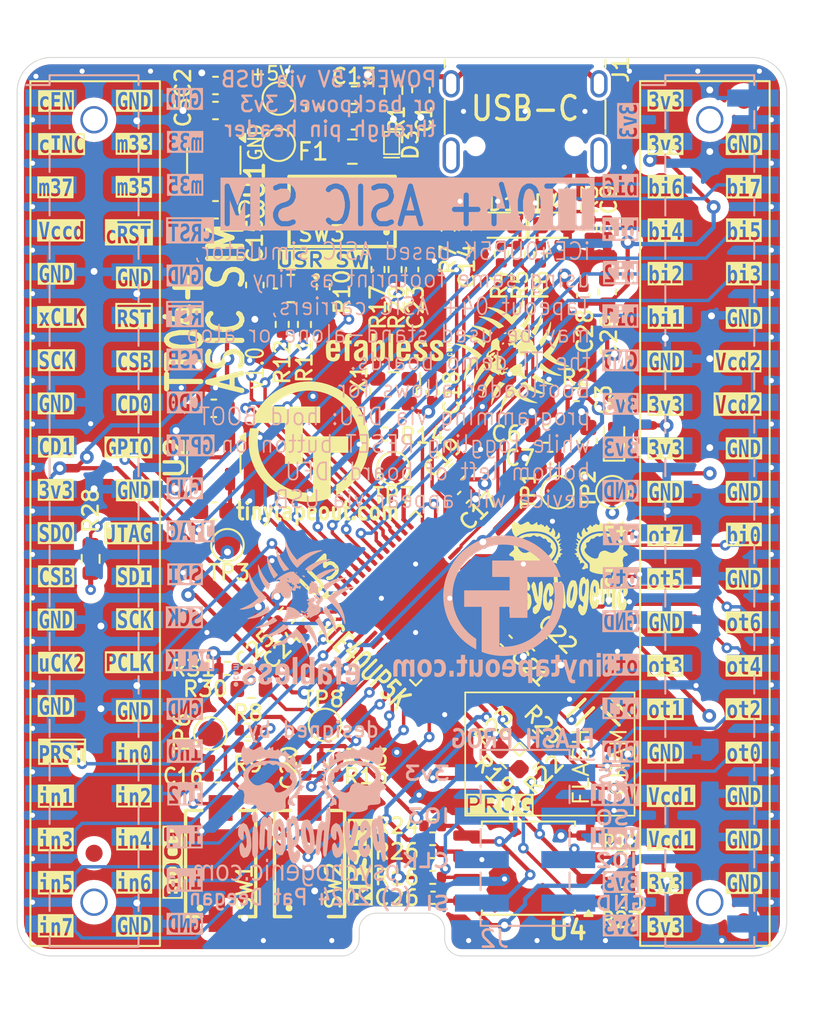
<source format=kicad_pcb>
(kicad_pcb (version 20240108) (generator "pcbnew") (generator_version "8.0")
  (title_block (title "TT04+ FPGA ASIC Simulator") (date "2024-04-06") (rev "1.0") (company "Psychogenic Technologies") (comment 1 "(C) 2024 Pat Deegan"))
  (layers (0 "F.Cu" signal) (1 "In1.Cu" signal) (2 "In2.Cu" signal) (31 "B.Cu" signal) (34 "B.Paste" user) (35 "F.Paste" user) (36 "B.SilkS" user "B.Silkscreen") (37 "F.SilkS" user "F.Silkscreen") (38 "B.Mask" user) (39 "F.Mask" user) (44 "Edge.Cuts" user))
  (net 0 "")
  (net 1 "GND")
  (net 2 "Net-(J1-SHIELD)")
  (net 3 "+5V")
  (net 4 "+3V3")
  (net 5 "/VCC_PLL")
  (net 6 "/CC1")
  (net 7 "+2V5")
  (net 8 "+1V2")
  (net 9 "/vbusfused")
  (net 10 "/CC2")
  (net 11 "BOOT")
  (net 12 "~{CRESET}")
  (net 13 "usr_sw1")
  (net 14 "CSB{slash}mio[3]")
  (net 15 "ui_in[1]{slash}mio[9]")
  (net 16 "ui_in[0]{slash}mio[8]")
  (net 17 "~{rst}{slash}mio[7]")
  (net 18 "xclk")
  (net 19 "ui_in[3]{slash}mio[11]")
  (net 20 "mio[37]")
  (net 21 "Caravel_SCK")
  (net 22 "SDI{slash}mio[2]")
  (net 23 "vccd")
  (net 24 "ui_in[6]{slash}mio[14]")
  (net 25 "ui_in[2]{slash}mio[10]")
  (net 26 "~{RST}")
  (net 27 "Caravel_D0")
  (net 28 "ui_in[4]{slash}mio[12]")
  (net 29 "gpio")
  (net 30 "ui_in[7]{slash}mio[15]")
  (net 31 "clk{slash}mio[6]")
  (net 32 "ui_in[5]{slash}mio[13]")
  (net 33 "SCK{slash}mio[4]")
  (net 34 "usrclk2{slash}mio[5]")
  (net 35 "Caravel_D1")
  (net 36 "mio[35]")
  (net 37 "SDO{slash}mio[1]")
  (net 38 "Caravel_CSB")
  (net 39 "vdda")
  (net 40 "JTAG{slash}mio[0]")
  (net 41 "ctrl_sel_inc{slash}mio[34]")
  (net 42 "~{ctrl_sel_rst}{slash}mio[36]")
  (net 43 "ctrl_ena{slash}mio[32]")
  (net 44 "mio[33]")
  (net 45 "vdda2")
  (net 46 "uio[6]{slash}mio[30]")
  (net 47 "vccd2")
  (net 48 "vddio")
  (net 49 "uio[3]{slash}mio[27]")
  (net 50 "uo_out[3]{slash}mio[19]")
  (net 51 "uo_out[5]{slash}mio[21]")
  (net 52 "uo_out[7]{slash}mio[23]")
  (net 53 "uio[2]{slash}mio[26]")
  (net 54 "uo_out[0]{slash}mio[16]")
  (net 55 "uo_out[1]{slash}mio[17]")
  (net 56 "uo_out[2]{slash}mio[18]")
  (net 57 "uio[5]{slash}mio[29]")
  (net 58 "vdda1")
  (net 59 "uio[4]{slash}mio[28]")
  (net 60 "vccd1")
  (net 61 "uio[0]{slash}mio[24]")
  (net 62 "uo_out[4]{slash}mio[20]")
  (net 63 "uio[1]{slash}mio[25]")
  (net 64 "uio[7]{slash}mio[31]")
  (net 65 "uo_out[6]{slash}mio[22]")
  (net 66 "USB_D+")
  (net 67 "/vbus")
  (net 68 "USB_D-")
  (net 69 "Net-(D5-Pad3)")
  (net 70 "Net-(D5-Pad1)")
  (net 71 "Net-(D5-Pad2)")
  (net 74 "/fl_io2")
  (net 75 "/fl_io3")
  (net 76 "/spi_clk")
  (net 77 "/FL_MISO")
  (net 78 "/FL_MOSI")
  (net 79 "/~{FLCS}")
  (net 80 "/IOT_44B")
  (net 81 "USB_DP")
  (net 82 "USB_DN")
  (net 83 "Net-(R8-Pad2)")
  (net 84 "Net-(R13-Pad2)")
  (net 85 "sys_clk")
  (net 86 "Net-(R17-Pad1)")
  (net 87 "/FPGA_SO")
  (net 88 "/FPGA_SI")
  (net 91 "/oscclk")
  (net 92 "/CDONE")
  (net 93 "/LED_R")
  (net 94 "/LED_G")
  (net 95 "/LED_B")
  (footprint "flyingcarsfootprints:StitchingVia-0.3mm" (layer "F.Cu") (at 56.7 39.95)
    (property "Reference" "STITCH1" (hide yes))
    (property "Value" "StitchingVia-0.3mm" (hide yes))
  )
  (footprint "flyingcarsfootprints:StitchingVia-0.3mm" (layer "F.Cu") (at 69.7 60.21 90)
    (property "Reference" "STITCH2" (hide yes))
    (property "Value" "StitchingVia-0.3mm" (hide yes))
  )
  (footprint "flyingcarsfootprints:StitchingVia-0.3mm" (layer "F.Cu") (at 48.9 53.15)
    (property "Reference" "STITCH1" (hide yes))
    (property "Value" "StitchingVia-0.3mm" (hide yes))
  )
  (footprint "flyingcarsfootprints:StitchingVia-0.3mm" (layer "F.Cu") (at 26.5 67.83 90)
    (property "Reference" "STITCH23" (hide yes))
    (property "Value" "StitchingVia-0.3mm" (hide yes))
  )
  (footprint "Resistor_SMD:R_0402_1005Metric" (layer "F.Cu") (at 50.8 33.52 -90)
    (property "Reference" "R7")
    (property "Value" "R_5k1_0402")
  )
  (footprint "flyingcarsfootprints:StitchingVia-0.3mm" (layer "F.Cu") (at 52.7 46.45)
    (property "Reference" "STITCH1" (hide yes))
    (property "Value" "StitchingVia-0.3mm" (hide yes))
  )
  (footprint "flyingcarsfootprints:StitchingVia-0.3mm" (layer "F.Cu") (at 55.3 26.7)
    (property "Reference" "STITCH1" (hide yes))
    (property "Value" "StitchingVia-0.3mm" (hide yes))
  )
  (footprint "flyingcarsfootprints:StitchingVia-0.3mm" (layer "F.Cu") (at 69.7 65.29 90)
    (property "Reference" "STITCH17" (hide yes))
    (property "Value" "StitchingVia-0.3mm" (hide yes))
  )
  (footprint "flyingcarsfootprints:StitchingVia-0.3mm" (layer "F.Cu") (at 69.7 57.67 90)
    (property "Reference" "STITCH3" (hide yes))
    (property "Value" "StitchingVia-0.3mm" (hide yes))
  )
  (footprint "Resistor_SMD:R_0603_1608Metric" (layer "F.Cu") (at 55.55 63.4 -45)
    (property "Reference" "R25")
    (property "Value" "R_0R_0603_JUMPER")
  )
  (footprint "Capacitor_SMD:C_0603_1608Metric" (layer "F.Cu") (at 45.3 27.25)
    (property "Reference" "C12" (hide yes))
    (property "Value" "C_1u_0603_50V")
  )
  (footprint "Capacitor_SMD:C_0402_1005Metric" (layer "F.Cu") (at 58.7 37.45 90)
    (property "Reference" "C28")
    (property "Value" "C_100n_0402_50V")
  )
  (footprint "Capacitor_SMD:C_0402_1005Metric" (layer "F.Cu") (at 54.2 57.65 -45)
    (property "Reference" "C21")
    (property "Value" "C_100n_0402_50V")
  )
  (footprint "flyingcarsfootprints:StitchingVia-0.3mm" (layer "F.Cu") (at 50.9 55.15)
    (property "Reference" "STITCH1" (hide yes))
    (property "Value" "StitchingVia-0.3mm" (hide yes))
  )
  (footprint "flyingcarsfootprints:StitchingVia-0.3mm" (layer "F.Cu") (at 26.5 29.73 90)
    (property "Reference" "STITCH38" (hide yes))
    (property "Value" "StitchingVia-0.3mm" (hide yes))
  )
  (footprint "Diode_SMD:D_0603_1608Metric" (layer "F.Cu") (at 53.9 33.35 180)
    (property "Reference" "D1")
    (property "Value" "TVS")
  )
  (footprint "Resistor_SMD:R_0402_1005Metric" (layer "F.Cu") (at 61.1 71.65 180)
    (property "Reference" "R21" (hide yes))
    (property "Value" "R_10k_0402")
  )
  (footprint "flyingcarsfootprints:StitchingVia-0.3mm" (layer "F.Cu") (at 55.2 53.15)
    (property "Reference" "STITCH62" (hide yes))
    (property "Value" "StitchingVia-0.3mm" (hide yes))
  )
  (footprint "flyingcarsfootprints:StitchingVia-0.3mm" (layer "F.Cu") (at 36.7 57.15)
    (property "Reference" "STITCH1" (hide yes))
    (property "Value" "StitchingVia-0.3mm" (hide yes))
  )
  (footprint "flyingcarsfootprints:StitchingVia-0.3mm" (layer "F.Cu") (at 35.3 53.65)
    (property "Reference" "STITCH1" (hide yes))
    (property "Value" "StitchingVia-0.3mm" (hide yes))
  )
  (footprint "flyingcarsfootprints:StitchingVia-0.3mm" (layer "F.Cu") (at 69.7 52.59 90)
    (property "Reference" "STITCH5" (hide yes))
    (property "Value" "StitchingVia-0.3mm" (hide yes))
  )
  (footprint "flyingcarsfootprints:StitchingVia-0.3mm" (layer "F.Cu") (at 60 75.15)
    (property "Reference" "STITCH48" (hide yes))
    (property "Value" "StitchingVia-0.3mm" (hide yes))
  )
  (footprint "Capacitor_SMD:C_0402_1005Metric" (layer "F.Cu") (at 60.1 33.55 -90)
    (property "Reference" "C9")
    (property "Value" "C_330p_0402_50V")
  )
  (footprint "TestPoint:TestPoint_Pad_D1.5mm" (layer "F.Cu") (at 36.9 63.05 90)
    (property "Reference" "TP6")
    (property "Value" "TestPoint")
  )
  (footprint "flyingcarsfootprints:StitchingVia-0.3mm" (layer "F.Cu") (at 53.7 31.95)
    (property "Reference" "STITCH1" (hide yes))
    (property "Value" "StitchingVia-0.3mm" (hide yes))
  )
  (footprint "Resistor_SMD:R_0402_1005Metric" (layer "F.Cu") (at 49.9 68.45)
    (property "Reference" "R24")
    (property "Value" "R_10k_0402")
  )
  (footprint "flyingcarsfootprints:StitchingVia-0.3mm" (layer "F.Cu") (at 26.5 47.51 90)
    (property "Reference" "STITCH31" (hide yes))
    (property "Value" "StitchingVia-0.3mm" (hide yes))
  )
  (footprint "Fiducial:Fiducial_1mm_Mask2mm" (layer "F.Cu") (at 68.1 26.05)
    (property "Reference" "FID1" (hide yes))
    (property "Value" "Fiducial")
  )
  (footprint "flyingcarsfootprints:StitchingVia-0.3mm" (layer "F.Cu") (at 36.3 59.95)
    (property "Reference" "STITCH62" (hide yes))
    (property "Value" "StitchingVia-0.3mm" (hide yes))
  )
  (footprint "flyingcarsfootprints:StitchingVia-0.3mm" (layer "F.Cu") (at 39.2 49.45)
    (property "Reference" "STITCH1" (hide yes))
    (property "Value" "StitchingVia-0.3mm" (hide yes))
  )
  (footprint "Capacitor_SMD:C_0402_1005Metric" (layer "F.Cu") (at 48.7 35.94 90)
    (property "Reference" "C23")
    (property "Value" "C_100n_0402_50V")
  )
  (footprint "flyingcarsfootprints:StitchingVia-0.3mm" (layer "F.Cu") (at 48.9 57.15)
    (property "Reference" "STITCH1" (hide yes))
    (property "Value" "StitchingVia-0.3mm" (hide yes))
  )
  (footprint "flyingcarsfootprints:StitchingVia-0.3mm" (layer "F.Cu") (at 55.9 32.05)
    (property "Reference" "STITCH1" (hide yes))
    (property "Value" "StitchingVia-0.3mm" (hide yes))
  )
  (footprint "TestPoint:TestPoint_Pad_D1.5mm" (layer "F.Cu") (at 47.6 47.55)
    (property "Reference" "TP7")
    (property "Value" "TestPoint")
  )
  (footprint "NetTie:NetTie-2_SMD_Pad0.5mm" (layer "F.Cu") (at 63.1 29.55)
    (property "Reference" "NT3" (hide yes))
    (property "Value" "NetTie_2" (hide yes))
  )
  (footprint "Resistor_SMD:R_0402_1005Metric" (layer "F.Cu") (at 61.1 72.85 180)
    (property "Reference" "R27")
    (property "Value" "R_10k_0402")
  )
  (footprint "flyingcarsfootprints:StitchingVia-0.3mm" (layer "F.Cu") (at 60.5 67.55)
    (property "Reference" "STITCH1" (hide yes))
    (property "Value" "StitchingVia-0.3mm" (hide yes))
  )
  (footprint "flyingcarsfootprints:StitchingVia-0.3mm" (layer "F.Cu") (at 49.1 66.65)
    (property "Reference" "STITCH1" (hide yes))
    (property "Value" "StitchingVia-0.3mm" (hide yes))
  )
  (footprint "TestPoint:TestPoint_Pad_D1.5mm" (layer "F.Cu") (at 40.9 25.95)
    (property "Reference" "TP4" (hide yes))
    (property "Value" "TestPoint")
  )
  (footprint "Resistor_SMD:R_0402_1005Metric" (layer "F.Cu") (at 53.91 35.0375 90)
    (property "Reference" "R4")
    (property "Value" "R_1k5_0402")
  )
  (footprint "Package_SO:SOIC-8_5.23x5.23mm_P1.27mm" (layer "F.Cu") (at 55.5 70.92 180)
    (property "Reference" "U4")
    (property "Value" "W25Q32JVSS")
  )
  (footprint "flyingcarsfootprints:StitchingVia-0.3mm" (layer "F.Cu") (at 44 75.15)
    (property "Reference" "STITCH44" (hide yes))
    (property "Value" "StitchingVia-0.3mm" (hide yes))
  )
  (footprint "flyingcarsfootprints:StitchingVia-0.3mm" (layer "F.Cu") (at 65.4 24.35)
    (property "Reference" "STITCH60" (hide yes))
    (property "Value" "StitchingVia-0.3mm" (hide yes))
  )
  (footprint "Capacitor_SMD:C_0603_1608Metric" (layer "F.Cu") (at 56.1 57.75 -45)
    (property "Reference" "C22")
    (property "Value" "C_4p7u_0603_25V")
  )
  (footprint "flyingcarsfootprints:StitchingVia-0.3mm" (layer "F.Cu") (at 26.5 57.67 90)
    (property "Reference" "STITCH27" (hide yes))
    (property "Value" "StitchingVia-0.3mm" (hide yes))
  )
  (footprint "flyingcarsfootprints:StitchingVia-0.3mm" (layer "F.Cu") (at 46.9 55.15)
    (property "Reference" "STITCH1" (hide yes))
    (property "Value" "StitchingVia-0.3mm" (hide yes))
  )
  (footprint "flyingcarsfootprints:StitchingVia-0.3mm" (layer "F.Cu") (at 69.7 55.13 90)
    (property "Reference" "STITCH4" (hide yes))
    (property "Value" "StitchingVia-0.3mm" (hide yes))
  )
  (footprint "TestPoint:TestPoint_Pad_D1.5mm" (layer "F.Cu") (at 57.195 48.95 -90)
    (property "Reference" "TP1")
    (property "Value" "TestPoint")
  )
  (footprint "flyingcarsfootprints:StitchingVia-0.3mm" (layer "F.Cu") (at 69.7 72.91 90)
    (property "Reference" "STITCH20" (hide yes))
    (property "Value" "StitchingVia-0.3mm" (hide yes))
  )
  (footprint "flyingcarsfootprints:StitchingVia-0.3mm" (layer "F.Cu") (at 50 35.45)
    (property "Reference" "STITCH1" (hide yes))
    (property "Value" "StitchingVia-0.3mm" (hide yes))
  )
  (footprint "flyingcarsfootprints:StitchingVia-0.3mm" (layer "F.Cu") (at 69.7 47.51 90)
    (property "Reference" "STITCH7" (hide yes))
    (property "Value" "StitchingVia-0.3mm" (hide yes))
  )
  (footprint "flyingcarsfootprints:StitchingVia-0.3mm" (layer "F.Cu") (at 29.9 44.95)
    (property "Reference" "STITCH62" (hide yes))
    (property "Value" "StitchingVia-0.3mm" (hide yes))
  )
  (footprint "flyingcarsfootprints:StitchingVia-0.3mm" (layer "F.Cu") (at 26.7 24.65 90)
    (property "Reference" "STITCH40" (hide yes))
    (property "Value" "StitchingVia-0.3mm" (hide yes))
  )
  (footprint "flyingcarsfootprints:StitchingVia-0.3mm" (layer "F.Cu") (at 69.7 27.19 90)
    (property "Reference" "STITCH15" (hide yes))
    (property "Value" "StitchingVia-0.3mm" (hide yes))
  )
  (footprint "flyingcarsfootprints:StitchingVia-0.3mm" (layer "F.Cu") (at 69.7 34.81 90)
    (property "Reference" "STITCH12" (hide yes))
    (property "Value" "StitchingVia-0.3mm" (hide yes))
  )
  (footprint "Resistor_SMD:R_0402_1005Metric" (layer "F.Cu") (at 39.1 62.85)
    (property "Reference" "R8")
    (property "Value" "R_10k_0402")
  )
  (footprint "flyingcarsfootprints:StitchingVia-0.3mm" (layer "F.Cu") (at 69.7 39.89 90)
    (property "Reference" "STITCH10" (hide yes))
    (property "Value" "StitchingVia-0.3mm" (hide yes))
  )
  (footprint "flyingcarsfootprints:StitchingVia-0.3mm" (layer "F.Cu") (at 69 24.35)
    (property "Reference" "STITCH61" (hide yes))
    (property "Value" "StitchingVia-0.3mm" (hide yes))
  )
  (footprint "NetTie:NetTie-2_SMD_Pad0.5mm" (layer "F.Cu") (at 28.6 47.55)
    (property "Reference" "NT1" (hide yes))
    (property "Value" "NetTie_2" (hide yes))
  )
  (footprint "Package_DFN_QFN:QFN-48-1EP_7x7mm_P0.5mm_EP5.6x5.6mm" (layer "F.Cu") (at 48.910051 55.15 45)
    (property "Reference" "U3")
    (property "Value" "ICE40UP5K-SG48ITR")
  )
  (footprint "flyingcarsfootprints:StitchingVia-0.3mm" (layer "F.Cu") (at 66.8 75.15)
    (property "Reference" "STITCH50" (hide yes))
    (property "Value" "StitchingVia-0.3mm" (hide yes))
  )
  (footprint "Capacitor_SMD:C_0402_1005Metric" (layer "F.Cu") (at 60.8 43.55 90)
    (property "Reference" "C3")
    (property "Value" "C_100n_0402_50V")
  )
  (footprint "Resistor_SMD:R_0402_1005Metric" (layer "F.Cu") (at 39.1 63.85 180)
    (property "Reference" "R9")
    (property "Value" "R_1k5_0402")
  )
  (footprint "Resistor_SMD:R_0402_1005Metric" (layer "F.Cu") (at 49.9 69.953333)
    (property "Reference" "R26")
    (property "Value" "R_10k_0402")
  )
  (footprint "flyingcarsfootprints:StitchingVia-0.3mm" (layer "F.Cu") (at 26.5 34.81 90)
    (property "Reference" "STITCH36" (hide yes))
    (property "Value" "StitchingVia-0.3mm" (hide yes))
  )
  (footprint "flyingcarsfootprints:StitchingVia-0.3mm" (layer "F.Cu") (at 56 75.15)
    (property "Reference" "STITCH47" (hide yes))
    (property "Value" "StitchingVia-0.3mm" (hide yes))
  )
  (footprint "flyingcarsfootprints:StitchingVia-0.3mm" (layer "F.Cu") (at 60.7 58.25)
    (property "Reference" "STITCH1" (hide yes))
    (property "Value" "StitchingVia-0.3mm" (hide yes))
  )
  (footprint "flyingcarsfootprints:StitchingVia-0.3mm" (layer "F.Cu") (at 26.5 65.29 90)
    (property "Reference" "STITCH24" (hide yes))
    (property "Value" "StitchingVia-0.3mm" (hide yes))
  )
  (footprint "Capacitor_SMD:C_0603_1608Metric" (layer "F.Cu") (at 45.3 25.75)
    (property "Reference" "C13")
    (property "Value" "C_1u_0603_50V")
  )
  (footprint "Resistor_SMD:R_0402_1005Metric" (layer "F.Cu") (at 46.7 35.94 -90)
    (property "Reference" "R17")
    (property "Value" "R_10k_0402")
  )
  (footprint "Fuse:Fuse_0805_2012Metric" (layer "F.Cu") (at 45.2 29.05 180)
    (property "Reference" "F1")
    (property "Value" "350mA")
  )
  (footprint "Capacitor_SMD:C_0402_1005Metric" (layer "F.Cu") (at 42.5 65.05 90)
    (property "Reference" "C20")
    (property "Value" "C_100n_0402_50V")
  )
  (footprint "Package_TO_SOT_SMD:SOT-23-5" (layer "F.Cu") (at 37.1 47.05 -90)
    (property "Reference" "U2")
    (property "Value" "AP2112K-1.2")
  )
  (footprint "flyingcarsfootprints:StitchingVia-0.3mm" (layer "F.Cu") (at 41.4 24.35)
    (property "Reference" "STITCH54" (hide yes))
    (property "Value" "StitchingVia-0.3mm" (hide yes))
  )
  (footprint "flyingcarsfootprints:StitchingVia-0.3mm" (layer "F.Cu") (at 57.3 34.65)
    (property "Reference" "STITCH1" (hide yes))
    (property "Value" "StitchingVia-0.3mm" (hide yes))
  )
  (footprint "flyingcarsfootprints:StitchingVia-0.3mm" (layer "F.Cu") (at 52.8 43.95)
    (property "Reference" "STITCH1" (hide yes))
    (property "Value" "StitchingVia-0.3mm" (hide yes))
  )
  (footprint "Capacitor_SMD:C_0402_1005Metric" (layer "F.Cu") (at 49.875 43.125 90)
    (property "Reference" "C18")
    (property "Value" "C_100n_0402_50V")
  )
  (footprint "flyingcarsfootprints:StitchingVia-0.3mm" (layer "F.Cu") (at 61.1 29.95)
    (property "Reference" "STITCH1" (hide yes))
    (property "Value" "StitchingVia-0.3mm" (hide yes))
  )
  (footprint "Capacitor_SMD:C_0603_1608Metric" (layer "F.Cu") (at 39.5 36.85 -90)
    (property "Reference" "C15")
    (property "Value" "C_4p7u_0603_25V")
  )
  (footprint "Capacitor_SMD:C_0603_1608Metric" (layer "F.Cu") (at 59 45.95 90)
    (property "Reference" "C10" (hide yes))
    (property "Value" "C_4p7u_0603_25V")
  )
  (footprint "TestPoint:TestPoint_Pad_D1.5mm" (layer "F.Cu") (at 60.4 48.95 -90)
    (property "Reference" "TP2")
    (property "Value" "TestPoint")
  )
  (footprint "flyingcarsfootprints:StitchingVia-0.3mm" (layer "F.Cu") (at 26.5 27.19 90)
    (property "Reference" "STITCH39" (hide yes))
    (property "Value" "StitchingVia-0.3mm" (hide yes))
  )
  (footprint "Capacitor_SMD:C_0603_1608Metric" (layer "F.Cu") (at 41.4 56.15 -135)
    (property "Reference" "C25")
    (property "Value" "C_4p7u_0603_25V")
  )
  (footprint "Resistor_SMD:R_0603_1608Metric" (layer "F.Cu") (at 47.6 25.45 -90)
    (property "Reference" "R1")
    (property "Value" "R_1M_0603")
  )
  (footprint "Package_TO_SOT_SMD:SOT-23-5" (layer "F.Cu") (at 37.1 29.55 -90)
    (property "Reference" "U1")
    (property "Value" "AP2112K-3.3")
  )
  (footprint "flyingcarsfootprints:StitchingVia-0.3mm" (layer "F.Cu") (at 26.5 52.59 90)
    (property "Reference" "STITCH29" (hide yes))
    (property "Value" "StitchingVia-0.3mm" (hide yes))
  )
  (footprint "Resistor_SMD:R_0603_1608Metric" (layer "F.Cu") (at 55.55 64.55 45)
    (property "Reference" "R22")
    (property "Value" "R_0R_0603_JUMPER")
  )
  (footprint "Resistor_SMD:R_0402_1005Metric" (layer "F.Cu") (at 54.91 35.0375 -90)
    (property "Reference" "R5")
    (property "Value" "R_68R_0402")
  )
  (footprint "flyingcarsfootprints:StitchingVia-0.3mm" (layer "F.Cu") (at 42.9 43.35)
    (property "Reference" "STITCH1" (hide yes))
    (property "Value" "StitchingVia-0.3mm" (hide yes))
  )
  (footprint "flyingcarsfootprints:StitchingVia-0.3mm" (layer "F.Cu") (at 47.8 64.15)
    (property "Reference" "STITCH1" (hide yes))
    (property "Value" "StitchingVia-0.3mm" (hide yes))
  )
  (footprint "Capacitor_SMD:C_0603_1608Metric" (layer "F.Cu") (at 60.1 37.25 90)
    (property "Reference" "C29")
    (property "Value" "C_4p7u_0603_25V")
  )
  (footprint "Capacitor_SMD:C_0603_1608Metric" (layer "F.Cu") (at 56.525 45.55 180)
    (property "Reference" "C6")
    (property "Value" "C_4p7u_0603_25V")
  )
  (footprint "flyingcarsfootprints:StitchingVia-0.3mm" (layer "F.Cu") (at 26.5 55.13 90)
    (property "Reference" "STITCH28" (hide yes))
    (property "Value" "StitchingVia-0.3mm" (hide yes))
  )
  (footprint "Resistor_SMD:R_0603_1608Metric" (layer "F.Cu") (at 29.9 52.85 90)
    (property "Reference" "R28")
    (property "Value" "R_0R_0603_JUMPER")
  )
  (footprint "Capacitor_SMD:C_0603_1608Metric" (layer "F.Cu") (at 37.1 50.05 180)
    (property "Reference" "C11" (hide yes))
    (property "Value" "C_1u_0603_50V")
  )
  (footprint "flyingcarsfootprints:StitchingVia-0.3mm" (layer "F.Cu") (at 56.7 42.35)
    (property "Reference" "STITCH1" (hide yes))
    (property "Value" "StitchingVia-0.3mm" (hide yes))
  )
  (footprint "flyingcarsfootprints:StitchingVia-0.3mm" (layer "F.Cu") (at 39.2 41.25)
    (property "Reference" "STITCH1" (hide yes))
    (property "Value" "StitchingVia-0.3mm" (hide yes))
  )
  (footprint "Capacitor_SMD:C_0603_1608Metric" (layer "F.Cu") (at 37.2 26.65 180)
    (property "Reference" "C5")
    (property "Value" "C_1u_0603_50V")
  )
  (footprint "flyingcarsfootprints:StitchingVia-0.3mm" (layer "F.Cu") (at 44.6 60.45)
    (property "Reference" "STITCH1" (hide yes))
    (property "Value" "StitchingVia-0.3mm" (hide yes))
  )
  (footprint "flyingcarsfootprints:StitchingVia-0.3mm" (layer "F.Cu") (at 45.6 46.15)
    (property "Reference" "STITCH1" (hide yes))
    (property "Value" "StitchingVia-0.3mm" (hide yes))
  )
  (footprint "Diode_SMD:D_0603_1608Metric" (layer "F.Cu") (at 57 33.35)
    (property "Reference" "D4")
    (property "Value" "TVS")
  )
  (footprint "Capacitor_SMD:C_0402_1005Metric" (layer "F.Cu") (at 49.92 72.65 180)
    (property "Reference" "C26")
    (property "Value" "C_100n_0402_50V")
  )
  (footprint "flyingcarsfootprints:StitchingVia-0.3mm" (layer "F.Cu") (at 69.7 62.75 90)
    (property "Reference" "STITCH1" (hide yes))
    (property "Value" "StitchingVia-0.3mm" (hide yes))
  )
  (footprint "Resistor_SMD:R_0402_1005Metric" (layer "F.Cu") (at 59.1 33.55 -90)
    (property "Reference" "R3")
    (property "Value" "R_5k1_0402")
  )
  (footprint "flyingcarsfootprints:StitchingVia-0.3mm" (layer "F.Cu") (at 51.7 26.7)
    (property "Reference" "STITCH1" (hide yes))
    (property "Value" "StitchingVia-0.3mm" (hide yes))
  )
  (footprint "Inductor_SMD:L_0603_1608Metric" (layer "F.Cu") (at 43 26.45 90)
    (property "Reference" "FB1" (hide yes))
    (property "Value" "120R")
  )
  (footprint "flyingcarsfootprints:StitchingVia-0.3mm" (layer "F.Cu") (at 42.7 49.05)
    (property "Reference" "STITCH1" (hide yes))
    (property "Value" "StitchingVia-0.3mm" (hide yes))
  )
  (footprint "flyingcarsfootprints:StitchingVia-0.3mm" (layer "F.Cu") (at 52 75.15)
    (property "Reference" "STITCH46" (hide yes))
    (property "Value" "StitchingVia-0.3mm" (hide yes))
  )
  (footprint "flyingcarsfootprints:StitchingVia-0.3mm" (layer "F.Cu") (at 36.4 68.75)
    (property "Reference" "STITCH62" (hide yes))
    (property "Value" "StitchingVia-0.3mm" (hide yes))
  )
  (footprint "flyingcarsfootprints:StitchingVia-0.3mm" (layer "F.Cu") (at 61.4 55.35)
    (property "Reference" "STITCH62" (hide yes))
    (property "Value" "StitchingVia-0.3mm" (hide yes))
  )
  (footprint "TinyTapeout:434121025816" (layer "F.Cu") (at 44.6 32.55 180)
    (property "Reference" "SW3")
    (property "Value" "434121025816")
  )
  (footprint "flyingcarsfootprints:StitchingVia-0.3mm" (layer "F.Cu") (at 26.5 70.37 90)
    (property "Reference" "STITCH22" (hide yes))
    (property "Value" "StitchingVia-0.3mm" (hide yes))
  )
  (footprint "flyingcarsfootprints:StitchingVia-0.3mm" (layer "F.Cu") (at 26.5 39.89 90)
    (property "Reference" "STITCH34" (hide yes))
    (property "Value" "StitchingVia-0.3mm" (hide yes))
  )
  (footprint "flyingcarsfootprints:StitchingVia-0.3mm" (layer "F.Cu") (at 69.7 50.05 90)
    (property "Reference" "STITCH6" (hide yes))
    (property "Value" "StitchingVia-0.3mm" (hide yes))
  )
  (footprint "Capacitor_SMD:C_0603_1608Metric" (layer "F.Cu") (at 37.1 44.05 180)
    (property "Reference" "C4" (hide yes))
    (property "Value" "C_1u_0603_50V")
  )
  (footprint "flyingcarsfootprints:StitchingVia-0.3mm" (layer "F.Cu") (at 26.5 60.21 90)
    (property "Reference" "STITCH26" (hide yes))
    (property "Value" "StitchingVia-0.3mm" (hide yes))
  )
  (footprint "TinyTapeout:DFN1006-2" (layer "F.Cu") (at 47.5 28.55 90)
    (property "Reference" "D3")
    (property "Value" "VBUSTVS")
  )
  (footprint "TinyTapeout:USB_C_Receptacle_HRO_TYPE-C-31-M-12" (layer "F.Cu") (at 55.3 26.14 180)
    (property "Reference" "J1")
    (property "Value" "USB_C")
  )
  (footprint "Resistor_SMD:R_0402_1005Metric" (layer "F.Cu") (at 43.5 36.95 -90)
    (property "Reference" "R10")
    (property "Value" "R_100R_0402")
  )
  (footprint "flyingcarsfootprints:StitchingVia-0.3mm" (layer "F.Cu") (at 56.9 50.65)
    (property "Reference" "STITCH1" (hide yes))
    (property "Value" "StitchingVia-0.3mm" (hide yes))
  )
  (footprint "Resistor_SMD:R_0603_1608Metric" (layer "F.Cu") (at 54.4 63.4 45)
    (property "Reference" "R23")
    (property "Value" "R_0R_0603_JUMPER")
  )
  (footprint "flyingcarsfootprints:StitchingVia-0.3mm" (layer "F.Cu") (at 69.7 37.35 90)
    (property "Reference" "STITCH11" (hide yes))
    (property "Value" "StitchingVia-0.3mm" (hide yes))
  )
  (footprint "flyingcarsfootprints:StitchingVia-0.3mm" (layer "F.Cu") (at 29.4 24.35)
    (property "Reference" "STITCH51" (hide yes))
    (property "Value" "StitchingVia-0.3mm" (hide yes))
  )
  (footprint "flyingcarsfootprints:StitchingVia-0.3mm" (layer "F.Cu") (at 26.5 37.35 90)
    (property "Reference" "STITCH35" (hide yes))
    (property "Value" "StitchingVia-0.3mm" (hide yes))
  )
  (footprint "flyingcarsfootprints:StitchingVia-0.3mm" (layer "F.Cu") (at 65.3 60.25)
    (property "Reference" "STITCH1" (hide yes))
    (property "Value" "StitchingVia-0.3mm" (hide yes))
  )
  (footprint "flyingcarsfootprints:StitchingVia-0.3mm" (layer "F.Cu") (at 26.5 50.05 90)
    (property "Reference" "STITCH30" (hide yes))
    (property "Value" "StitchingVia-0.3mm" (hide yes))
  )
  (footprint "Capacitor_SMD:C_0402_1005Metric" (layer "F.Cu") (at 51.7 49.25 45)
    (property "Reference" "C17")
    (property "Value" "C_100n_0402_50V")
  )
  (footprint "flyingcarsfootprints:StitchingVia-0.3mm" (layer "F.Cu") (at 54.6 66.45)
    (property "Reference" "STITCH1" (hide yes))
    (property "Value" "StitchingVia-0.3mm" (hide yes))
  )
  (footprint "Resistor_SMD:R_0402_1005Metric" (layer "F.Cu") (at 41.1 39.15 -90)
    (property "Reference" "R12")
    (property "Value" "R_68R_0402")
  )
  (footprint "Fiducial:Fiducial_1mm_Mask2mm" (layer "F.Cu") (at 68.1 74.05)
    (property "Reference" "FID3" (hide yes))
    (property "Value" "Fiducial")
  )
  (footprint "Resistor_SMD:R_0402_1005Metric" (layer "F.Cu") (at 49.9 71.456666)
    (property "Reference" "R16")
    (property "Value" "R_10k_0402")
  )
  (footprint "flyingcarsfootprints:StitchingVia-0.3mm" (layer "F.Cu") (at 69.7 67.83 90)
    (property "Reference" "STITCH18" (hide yes))
    (property "Value" "StitchingVia-0.3mm" (hide yes))
  )
  (footprint "Resistor_SMD:R_0603_1608Metric" (layer "F.Cu") (at 54.4 64.55 -45)
    (property "Reference" "R19")
    (property "Value" "R_0R_0603_JUMPER")
  )
  (footprint "flyingcarsfootprints:StitchingVia-0.3mm" (layer "F.Cu") (at 35.2 42.85)
    (property "Reference" "STITCH1" (hide yes))
    (property "Value" "StitchingVia-0.3mm" (hide yes))
  )
  (footprint "flyingcarsfootprints:StitchingVia-0.3mm" (layer "F.Cu") (at 57.9 61.05)
    (property "Reference" "STITCH1" (hide yes))
    (property "Value" "StitchingVia-0.3mm" (hide yes))
  )
  (footprint "Capacitor_SMD:C_0603_1608Metric" (layer "F.Cu") (at 37.2 32.45 180)
    (property "Reference" "C8")
    (property "Value" "C_1u_0603_50V")
  )
  (footprint "flyingcarsfootprints:StitchingVia-0.3mm" (layer "F.Cu") (at 54.4 42.05)
    (property "Reference" "STITCH1" (hide yes))
    (property "Value" "StitchingVia-0.3mm" (hide yes))
  )
  (footprint "flyingcarsfootprints:StitchingVia-0.3mm" (layer "F.Cu") (at 39.8 45.75)
    (property "Reference" "STITCH1" (hide yes))
    (property "Value" "StitchingVia-0.3mm" (hide yes))
  )
  (footprint "Resistor_SMD:R_0402_1005Metric" (layer "F.Cu") (at 42.4 39.15 -90)
    (property "Reference" "R11")
    (property "Value" "R_68R_0402")
  )
  (footprint "flyingcarsfootprints:StitchingVia-0.3mm" (layer "F.Cu") (at 54.1 71.55)
    (property "Reference" "STITCH1" (hide yes))
    (property "Value" "StitchingVia-0.3mm" (hide yes))
  )
  (footprint "flyingcarsfootprints:StitchingVia-0.3mm" (layer "F.Cu") (at 40 75.15)
    (property "Reference" "STITCH43" (hide yes))
    (property "Value" "StitchingVia-0.3mm" (hide yes))
  )
  (footprint "Diode_SMD:D_SOD-523" (layer "F.Cu") (at 60.5 45.85 90)
    (property "Reference" "D2" (hide yes))
    (property "Value" "1N4448WT")
  )
  (footprint "Resistor_SMD:R_0402_1005Metric" (layer "F.Cu") (at 58.3 43.25 180)
    (property "Reference" "R2")
    (property "Value" "R_100R_0402")
  )
  (footprint "flyingcarsfootprints:StitchingVia-0.3mm" (layer "F.Cu") (at 40.5 52.95)
    (property "Reference" "STITCH1" (hide yes))
    (property "Value" "StitchingVia-0.3mm" (hide yes))
  )
  (footprint "Resistor_SMD:R_0402_1005Metric" (layer "F.Cu") (at 47.1 45.55)
    (property "Reference" "R14")
    (property "Value" "R_100R_0402")
  )
  (footprint "flyingcarsfootprints:StitchingVia-0.3mm" (layer "F.Cu") (at 26.5 32.27 90)
    (property "Reference" "STITCH37" (hide yes))
    (property "Value" "StitchingVia-0.3mm" (hide yes))
  )
  (footprint "Capacitor_SMD:C_0402_1005Metric" (layer "F.Cu") (at 37.3 65.55 180)
    (property "Reference" "C16")
    (property "Value" "C_100n_0402_50V")
  )
  (footprint "flyingcarsfootprints:StitchingVia-0.3mm" (layer "F.Cu") (at 26.5 42.43 90)
    (property "Reference" "STITCH33" (hide yes))
    (property "Value" "StitchingVia-0.3mm" (hide yes))
  )
  (footprint "flyingcarsfootprints:StitchingVia-0.3mm" (layer "F.Cu") (at 26.5 44.97 90)
    (property "Reference" "STITCH32" (hide yes))
    (property "Value" "StitchingVia-0.3mm" (hide yes))
  )
  (footprint "Logos:ef_logo_graphical" (layer "F.Cu") (at 54.5 40.95)
    (property "Reference" "REF**" (hide yes))
    (property "Value" "Logo" (hide yes))
  )
  (footprint "Logos:TT_logo" (layer "F.Cu") (at 42.7 46.05)
    (property "Reference" "REF**" (hide yes))
    (property "Value" "TT_logo")
  )
  (footprint "Resistor_SMD:R_0402_1005Metric" (layer "F.Cu") (at 37.9 59.25)
    (property "Reference" "R31")
    (property "Value" "R_10k_0402")
  )
  (footprint "Capacitor_SMD:C_0603_1608Metric" (layer "F.Cu") (at 49.21 25.45 -90)
    (property "Reference" "C1")
    (property "Value" "CUSBSHIELD")
  )
  (footprint "flyingcarsfootprints:StitchingVia-0.3mm" (layer "F.Cu") (at 37.2 42.85)
    (property "Reference" "STITCH1" (hide yes))
    (property "Value" "StitchingVia-0.3mm" (hide yes))
  )
  (footprint "flyingcarsfootprints:StitchingVia-0.3mm" (layer "F.Cu") (at 51.5 31.95)
    (property "Reference" "STITCH1" (hide yes))
    (property "Value" "StitchingVia-0.3mm" (hide yes))
  )
  (footprint "flyingcarsfootprints:StitchingVia-0.3mm" (layer "F.Cu") (at 69.7 32.27 90)
    (property "Reference" "STITCH13" (hide yes))
    (property "Value" "StitchingVia-0.3mm" (hide yes))
  )
  (footprint "flyingcarsfootprints:StitchingVia-0.3mm" (layer "F.Cu") (at 33.4 24.35)
    (property "Reference" "STITCH52" (hide yes))
    (property "Value" "StitchingVia-0.3mm" (hide yes))
  )
  (footprint "TestPoint:TestPoint_Pad_D1.5mm" (layer "F.Cu") (at 43.6 62.55 180)
    (property "Reference" "TP8")
    (property "Value" "TestPoint")
  )
  (footprint "flyingcarsfootprints:StitchingVia-0.3mm" (layer "F.Cu") (at 34.9 46.95)
    (property "Reference" "STITCH1" (hide yes))
    (property "Value" "StitchingVia-0.3mm" (hide yes))
  )
  (footprint "Capacitor_SMD:C_0402_1005Metric" (layer "F.Cu") (at 56.805 46.95 180)
    (property "Reference" "C7")
    (property "Value" "C_100n_0402_50V")
  )
  (footprint "flyingcarsfootprints:StitchingVia-0.3mm" (layer "F.Cu") (at 69.7 29.73 90)
    (property "Reference" "STITCH14" (hide yes))
    (property "Value" "StitchingVia-0.3mm" (hide yes))
  )
  (footprint "Oscillator:Oscillator_SMD_ECS_2520MV-xxx-xx-4Pin_2.5x2.0mm" (layer "F.Cu") (at 47.6 43.05 -90)
    (property "Reference" "X1")
    (property "Value" "24MHz")
  )
  (footprint "Resistor_SMD:R_0402_1005Metric" (layer "F.Cu") (at 61.1 70.45 180)
    (property "Reference" "R18")
    (property "Value" "R_10k_0402")
  )
  (footprint "Fiducial:Fiducial_1mm_Mask2mm" (layer "F.Cu") (at 30.1 70.05)
    (property "Reference" "FID2" (hide yes))
    (property "Value" "Fiducial")
  )
  (footprint "Capacitor_SMD:C_0402_1005Metric" (layer "F.Cu") (at 42.6 56.65 -135)
    (property "Reference" "C24")
    (property "Value" "C_100n_0402_50V")
  )
  (footprint "Resistor_SMD:R_0402_1005Metric" (layer "F.Cu") (at 43.9 65.55 180)
    (property "Reference" "R15")
    (property "Value" "R_1k5_0402")
  )
  (footprint "flyingcarsfootprints:StitchingVia-0.3mm" (layer "F.Cu") (at 54.4 37.15)
    (property "Reference" "STITCH1" (hide yes))
    (property "Value" "StitchingVia-0.3mm" (hide yes))
  )
  (footprint "flyingcarsfootprints:StitchingVia-0.3mm" (layer "F.Cu") (at 50.6 61.95)
    (property "Reference" "STITCH1" (hide yes))
    (property "Value" "StitchingVia-0.3mm" (hide yes))
  )
  (footprint "Resistor_SMD:R_0603_1608Metric" (layer "F.Cu") (at 39.3 60.45)
    (property "Reference" "R30")
    (property "Value" "R_0R_0603_JUMPER")
  )
  (footprint "flyingcarsfootprints:StitchingVia-0.3mm" (layer "F.Cu") (at 69.7 44.97 90)
    (property "Reference" "STITCH8" (hide yes))
    (property "Value" "StitchingVia-0.3mm" (hide yes))
  )
  (footprint "Logos:ef_logo" (layer "F.Cu") (at 47.3 40.55)
    (property "Reference" "REF**" (hide yes))
    (property "Value" "Logo" (hide yes))
  )
  (footprint "flyingcarsfootprints:StitchingVia-0.3mm" (layer "F.Cu") (at 58.8 48.05)
    (property "Reference" "STITCH1" (hide yes))
    (property "Value" "StitchingVia-0.3mm" (hide yes))
  )
  (footprint "Resistor_SMD:R_0402_1005Metric" (layer "F.Cu") (at 43.9 64.45)
    (property "Reference" "R13")
    (property "Value" "R_10k_0402")
  )
  (footprint "TinyTapeout:434121025816" (layer "F.Cu") (at 42.7 70.65 90)
    (property "Reference" "SW2")
    (property "Value" "434121025816")
  )
  (footprint "Capacitor_SMD:C_0402_1005Metric" (layer "F.Cu") (at 51.8 33.53 -90)
    (property "Reference" "C14")
    (property "Value" "C_330p_0402_50V")
  )
  (footprint "TestPoint:TestPoint_Pad_D1.5mm" (layer "F.Cu") (at 37.9 52.05 -90)
    (property "Reference" "TP3")
    (property "Value" "TestPoint")
  )
  (footprint "flyingcarsfootprints:StitchingVia-0.3mm" (layer "F.Cu") (at 61.4 24.35)
    (property "Reference" "STITCH59" (hide yes))
    (property "Value" "StitchingVia-0.3mm" (hide yes))
  )
  (footprint "Resistor_SMD:R_0402_1005Metric" (layer "F.Cu") (at 47.7 35.94 -90)
    (property "Reference" "R20")
    (property "Value" "R_1k5_0402")
  )
  (footprint "TestPoint:TestPoint_Pad_D1.5mm" (layer "F.Cu") (at 40.9 28.65)
    (property "Reference" "TP5" (hide yes))
    (property "Value" "TestPoint")
  )
  (footprint "NetTie:NetTie-2_SMD_Pad0.5mm" (layer "F.Cu") (at 62.9 70.45 180)
    (property "Reference" "NT2" (hide yes))
    (property "Value" "NetTie_2" (hide yes))
  )
  (footprint "NetTie:NetTie-2_SMD_Pad0.5mm" (layer "F.Cu") (at 62.3 45.05 180)
    (property "Reference" "NT4" (hide yes))
    (property "Value" "NetTie_2" (hide yes))
  )
  (footprint "TinyTapeout:434121025816" (layer "F.Cu") (at 37.5 70.65 90)
    (property "Reference" "SW1")
    (property "Value" "434121025816")
  )
  (footprint "flyingcarsfootprints:StitchingVia-0.3mm" (layer "F.Cu") (at 58.8 26.7)
    (property "Reference" "STITCH1" (hide yes))
    (property "Value" "StitchingVia-0.3mm" (hide yes))
  )
  (footprint "psysnapeda:LED_EAST1616RGBA3" (layer "F.Cu") (at 41.6 37.05 180)
    (property "Reference" "D5" (hide yes))
    (property "Value" "RGB")
  )
  (footprint "Capacitor_SMD:C_0603_1608Metric" (layer "F.Cu") (at 37.2 25.1875 180)
    (property "Reference" "C2")
    (property "Value" "C_1u_0603_50V")
  )
  (footprint "Resistor_SMD:R_0402_1005Metric" (layer "F.Cu") (at 56.2 35.05 -90)
    (property "Reference" "R6")
    (property "Value" "R_68R_0402")
  )
  (footprint "flyingcarsfootprints:StitchingVia-0.3mm" (layer "F.Cu") (at 69.7 70.37 90)
    (property "Reference" "STITCH19" (hide yes))
    (property "Value" "StitchingVia-0.3mm" (hide yes))
  )
  (footprint "Capacitor_SMD:C_0603_1608Metric" (layer "F.Cu") (at 51.3 47.75 45)
    (property "Reference" "C19")
    (property "Value" "C_4p7u_0603_25V")
  )
  (footprint "flyingcarsfootprints:StitchingVia-0.3mm" (layer "F.Cu") (at 26.5 62.75 90)
    (property "Reference" "STITCH25" (hide yes))
    (property "Value" "StitchingVia-0.3mm" (hide yes))
  )
  (footprint "flyingcarsfootprints:StitchingVia-0.3mm" (layer "F.Cu") (at 69.7 42.43 90)
    (property "Reference" "STITCH9" (hide yes))
    (property "Value" "StitchingVia-0.3mm" (hide yes))
  )
  (footprint "flyingcarsfootprints:PsychologoMini" (layer "F.Cu") (at 57.8 53.35)
    (property "Reference" "G***" (hide yes))
    (property "Value" "PsychoLogoMini" (hide yes))
  )
  (footprint "flyingcarsfootprints:StitchingVia-0.3mm" (layer "F.Cu") (at 26.5 72.91 90)
    (property "Reference" "STITCH21" (hide yes))
    (property "Value" "StitchingVia-0.3mm" (hide yes))
  )
  (footprint "TinyTapeout:FH-00148_PinSocket_2x20_P2.54mm" (layer "B.Cu") (at 66.1 50.05 180)
    (property "Reference" "CON2" (hide yes))
    (property "Value" "~")
  )
  (footprint "Logos:ef_logo_graphical" (layer "B.Cu") (at 42 55.15 180)
    (property "Reference" "REF**" (hide yes))
    (property "Value" "Logo" (hide yes))
  )
  (footprint "TinyTapeout:FH-00148_PinSocket_2x20_P2.54mm" (layer "B.Cu") (at 30.1 50.05 180)
    (property "Reference" "CON1" (hide yes))
    (property "Value" "~")
  )
  (footprint "Logos:TT_logo" (layer "B.Cu") (at 54 55.05 180)
    (property "Reference" "REF**" (hide yes))
    (property "Value" "TT_logo")
  )
  (footprint "flyingcarsfootprints:PsychoLogoSmall" (layer "B.Cu") (at 42.9 67.15 180)
    (property "Reference" "G***" (hide yes))
    (property "Value" "LOGO" (hide yes))
  )
  (footprint "Connector_PinHeader_2.54mm:PinHeader_2x04_P2.54mm_Vertical_SMD" (layer "B.Cu") (at 55.3 69.15 180)
    (property "Reference" "J2")
    (property "Value" "Conn_02x04_Odd_Even")
  )
  (footprint "Logos:ef_logo" (layer "B.Cu") (at 42 59.45 180)
    (property "Reference" "REF**" (hide yes))
    (property "Value" "Logo" (hide yes))
  )
  (gr_rect (start 62.02744 24.93256) (end 69.6 75.46) (stroke (width 0.12)) (fill none) (layer "F.SilkS"))
  (gr_line (start 51.8 67.85) (end 61.7 67.85) (stroke (width 0.1)) (layer "F.SilkS"))
  (gr_line (start 61.7 60.65) (end 51.8 60.65) (stroke (width 0.1)) (layer "F.SilkS"))
  (gr_line (start 61.4 62.05) (end 60.4 61.05) (stroke (width 0.2)) (layer "F.SilkS"))
  (gr_line (start 51.8 60.65) (end 51.8 67.85) (stroke (width 0.1)) (layer "F.SilkS"))
  (gr_line (start 57.8 62.05) (end 58.8 61.05) (stroke (width 0.2)) (layer "F.SilkS"))
  (gr_rect (start 26.37744 24.938963) (end 33.95 75.466403) (stroke (width 0.12)) (fill none) (layer "F.SilkS"))
  (gr_line (start 58.3 62.55) (end 59.3 61.55) (stroke (width 0.2)) (layer "F.SilkS"))
  (gr_line (start 60.8 62.55) (end 59.8 61.55) (stroke (width 0.2)) (layer "F.SilkS"))
  (gr_line (start 61.7 67.75) (end 61.7 60.65) (stroke (width 0.1)) (layer "F.SilkS"))
  (gr_arc (start 27.6 76.05) (mid 26.185786 75.464214) (end 25.6 74.05) (stroke (width 0.05)) (layer "Edge.Cuts"))
  (gr_arc (start 68.6 23.55) (mid 70.014214 24.135786) (end 70.6 25.55) (stroke (width 0.05)) (layer "Edge.Cuts"))
  (gr_arc (start 70.6 74.05) (mid 70.014214 75.464214) (end 68.6 76.05) (stroke (width 0.05)) (layer "Edge.Cuts"))
  (gr_line (start 68.6 76.05) (end 51.6 76.05) (stroke (width 0.05)) (layer "Edge.Cuts"))
  (gr_line (start 27.6 76.05) (end 44.6 76.05) (stroke (width 0.05)) (layer "Edge.Cuts"))
  (gr_arc (start 45.6 75.05) (mid 45.307107 75.757107) (end 44.6 76.05) (stroke (width 0.05)) (layer "Edge.Cuts"))
  (gr_arc (start 25.6 25.55) (mid 26.185786 24.135786) (end 27.6 23.55) (stroke (width 0.05)) (layer "Edge.Cuts"))
  (gr_line (start 45.6 74.55) (end 45.6 75.05) (stroke (width 0.05)) (layer "Edge.Cuts"))
  (gr_arc (start 45.6 74.55) (mid 45.892893 73.842893) (end 46.6 73.55) (stroke (width 0.05)) (layer "Edge.Cuts"))
  (gr_arc (start 49.6 73.55) (mid 50.307107 73.842893) (end 50.6 74.55) (stroke (width 0.05)) (layer "Edge.Cuts"))
  (gr_line (start 49.6 73.55) (end 46.6 73.55) (stroke (width 0.05)) (layer "Edge.Cuts"))
  (gr_line (start 70.6 74.05) (end 70.6 25.55) (stroke (width 0.05)) (layer "Edge.Cuts"))
  (gr_line (start 25.6 74.05) (end 25.6 25.55) (stroke (width 0.05)) (layer "Edge.Cuts"))
  (gr_arc (start 51.6 76.05) (mid 50.892893 75.757107) (end 50.6 75.05) (stroke (width 0.05)) (layer "Edge.Cuts"))
  (gr_line (start 68.6 23.55) (end 27.6 23.55) (stroke (width 0.05)) (layer "Edge.Cuts"))
  (gr_line (start 50.6 75.05) (end 50.6 74.55) (stroke (width 0.05)) (layer "Edge.Cuts"))
  (gr_text "POWER: 5V via USB\nor backpower 3v3\nthrough pin header" (at 50.2 28.25 0) (layer "B.SilkS") (effects (font (size 0.9 0.85) (thickness 0.14) (bold yes)) (justify left bottom mirror)))
  (gr_text "SDI" (at 34.4 54.42814 -0) (layer "B.SilkS" knockout) (effects (font (size 1 0.8) (thickness 0.127) (bold yes)) (justify right bottom mirror)))
  (gr_text "ot3" (at 61.9 59.71 -0) (layer "B.SilkS" knockout) (effects (font (size 1 0.8) (thickness 0.127) (bold yes)) (justify left bottom mirror)))
  (gr_text "GND" (at 34.4 49.40628 -0) (layer "B.SilkS" knockout) (effects (font (size 1 0.8) (thickness 0.127) (bold yes)) (justify right bottom mirror)))
  (gr_text "GND" (at 61.9 64.79 -0) (layer "B.SilkS" knockout) (effects (font (size 1 0.8) (thickness 0.127) (bold yes)) (justify left bottom mirror)))
  (gr_text "Vcd1" (at 61.9 69.87 -0) (layer "B.SilkS" knockout) (effects (font (size 1 0.8) (thickness 0.127) (bold yes)) (justify left bottom mirror)))
  (gr_text "SCK" (at 34.4 56.93907 -0) (layer "B.SilkS" knockout) (effects (font (size 1 0.8) (thickness 0.127) (bold yes)) (justify right bottom mirror)))
  (gr_text "m33" (at 34.4 29.16093 -0) (layer "B.SilkS" knockout) (effects (font (size 1 0.8) (thickness 0.127) (bold yes)) (justify right bottom mirror)))
  (gr_text "~{CS}" (at 59.4 66.05 0) (layer "B.SilkS") (effects (font (size 0.8 1) (thickness 0.16) (bold yes)) (justify right bottom mirror)))
  (gr_text "ot5" (at 61.9 54.63 -0) (layer "B.SilkS" knockout) (effects (font (size 1 0.8) (thickness 0.127) (bold yes)) (justify left bottom mirror)))
  (gr_text "designed by" (at 42.9 63.35 0) (layer "B.SilkS") (effects (font (size 0.9 0.85) (thickness 0.14) (bold yes)) (justify bottom mirror)))
  (gr_text "SO" (at 59.3 68.45 0) (layer "B.SilkS") (effects (font (size 0.8 1) (thickness 0.16) (bold yes)) (justify right bottom mirror)))
  (gr_text "psychogenic.com" (at 48 71.85 0) (layer "B.SilkS") (effects (font (size 1.2 1) (thickness 0.1)) (justify left bottom mirror)))
  (gr_text "iCE40UP5K based ASIC simulator,\nusing same footprint as Tiny \nTapeout 04+ ASIC carriers, \nmay be used stand-alone or atop\nthe TT demo boards.\nBootloader allows for \nprogramming via DFU: hold BOOT\nwhile toggling RESET button on\nbottom left of board. DFU \ndevice will appear via USB." (at 59.2 49.95 0) (layer "B.SilkS") (effects (font (size 1 0.9) (thickness 0.1)) (justify left bottom mirror)))
  (gr_text "IO3" (at 51 68.35 0) (layer "B.SilkS") (effects (font (size 0.8 1) (thickness 0.16) (bold yes)) (justify left bottom mirror)))
  (gr_text "tinytapeout.com" (at 54 59.95 0) (layer "B.SilkS") (effects (font (size 1.3 1) (thickness 0.16) (bold yes)) (justify bottom mirror)))
  (gr_text "GND" (at 61.9 57.17 -0) (layer "B.SilkS" knockout) (effects (font (size 1 0.8) (thickness 0.127) (bold yes)) (justify left bottom mirror)))
  (gr_text "IO2" (at 59.3 70.95 0) (layer "B.SilkS") (effects (font (size 0.8 1) (thickness 0.16) (bold yes)) (justify right bottom mirror)))
  (gr_text "bi2" (at 61.9 36.85 -0) (layer "B.SilkS" knockout) (effects (font (size 1 0.8) (thickness 0.127) (bold yes)) (justify left bottom mirror)))
  (gr_text "m35" (at 34.4 31.67186 -0) (layer "B.SilkS" knockout) (effects (font (size 1 0.8) (thickness 0.127) (bold yes)) (justify right bottom mirror)))
  (gr_text "~{RST}" (at 34.4 39.35 -0) (layer "B.SilkS" knockout) (effects (font (size 1 0.8) (thickness 0.127) (bold yes)) (justify right bottom mirror)))
  (gr_text "bi1" (at 61.9 39.39 -0) (layer "B.SilkS" knockout) (effects (font (size 1 0.8) (thickness 0.127) (bold yes)) (justify left bottom mirror)))
  (gr_text "bi6" (at 61.9 31.77 -0) (layer "B.SilkS" knockout) (effects (font (size 1 0.8) (thickness 0.127) (bold yes)) (justify left bottom mirror)))
  (gr_text "3v3" (at 61.9 44.47 0) (layer "B.SilkS" knockout) (effects (font (size 1 0.8) (thickness 0.127) (bold yes)) (justify left bottom mirror)))
  (gr_text "in2" (at 34.4 67.317194 -0) (layer "B.SilkS" knockout) (effects (font (size 1 0.8) (thickness 0.127) (bold yes)) (justify right bottom mirror)))
  (gr_text "3v3" (at 62 26.25 90) (layer "B.SilkS" knockout) (effects (font (size 1 0.8) (thickness 0.127) (bold yes)) (justify left bottom mirror)))
  (gr_text "GPIO" (at 34.4 46.89535 -0) (layer "B.SilkS" knockout) (effects (font (size 1 0.8) (thickness 0.127) (bold yes)) (justify right bottom mirror)))
  (gr_text "3v3" (at 61.9 47.01 0) (layer "B.SilkS" knockout) (effects (font (size 1 0.8) (thickness 0.127) (bold yes)) (justify left bottom mirror)))
  (gr_text "3v3" (at 61.9 72.41 0) (layer "B.SilkS" knockout) (effects (font (size 1 0.8) (thickness 0.127) (bold yes)) (justify left bottom mirror)))
  (gr_text "JTAG" (at 34.4 51.91721 -0) (layer "B.SilkS" knockout) (effects (font (size 1 0.8) (thickness 0.127) (bold yes)) (justify right bottom mirror)))
  (gr_text "GND" (at 34.4 36.969877 -0) (layer "B.SilkS" knockout) (effects (font (size 1 0.8) (thickness 0.127) (bold yes)) (justify right bottom mirror)))
  (gr_text "TT04+ ASIC SIM" (at 48.3 33.55 0) (layer "B.SilkS" knockout) (effects (font (size 2.2 1.8) (thickness 0.3)) (justify bottom mirror)))
  (gr_text "GND" (at 34.4 74.85 -0) (layer "B.SilkS" knockout) (effects (font (size 1 0.8) (thickness 0.127) (bold yes)) (justify right bottom mirror)))
  (gr_text "3v3" (at 51 65.85 0) (layer "B.SilkS") (effects (font (size 0.8 1) (thickness 0.16) (bold yes)) (justify left bottom mirror)))
  (gr_text "GND" (at 59.3 73.45 0) (layer "B.SilkS") (effects (font (size 0.8 1) (thickness 0.16) (bold yes)) (justify right bottom mirror)))
  (gr_text "SI" (at 51 73.45 0) (layer "B.SilkS") (effects (font (size 0.8 1) (thickness 0.16) (bold yes)) (justify left bottom mirror)))
  (gr_text "GND" (at 61.9 49.55 -0) (layer "B.SilkS" knockout) (effects (font (size 1 0.8) (thickness 0.127) (bold yes)) (justify left bottom mirror)))
  (gr_text "ot7" (at 61.9 52.09 -0) (layer "B.SilkS" knockout) (effects (font (size 1 0.8) (thickness 0.127) (bold yes)) (justify left bottom mirror)))
  (gr_text "3v3" (at 61.9 74.95 0) (layer "B.SilkS" knockout) (effects (font (size 1 0.8) (thickness 0.127) (bold yes)) (justify left bottom mirror)))
  (gr_text "in6" (at 34.4 72.339054 -0) (layer "B.SilkS" knockout) (effects (font (size 1 0.8) (thickness 0.127) (bold yes)) (justify right bottom mirror)))
  (gr_text "bi4" (at 61.9 34.31 -0) (layer "B.SilkS" knockout) (effects (font (size 1 0.8) (thickness 0.127) (bold yes)) (justify left bottom mirror)))
  (gr_text "CD0" (at 34.4 44.38442 -0) (layer "B.SilkS" knockout) (effects (font (size 1 0.8) (thickness 0.127) (bold yes)) (justify right bottom mirror)))
  (gr_text "PCLK" (at 34.4 59.45 -0) (layer "B.SilkS" knockout) (effects (font (size 1 0.8) (thickness 0.127) (bold yes)) (justify right bottom mirror)))
  (gr_text "FLASH PROG" (at 59.5 63.95 0) (layer "B.SilkS") (effects (font (size 1 0.9) (thickness 0.19) (bold yes)) (justify left bottom mirror)))
  (gr_text "GND" (at 34.4 62.295334 -0) (layer "B.SilkS" knockout) (effects (font (size 1 0.8) (thickness 0.127) (bold yes)) (justify right bottom mirror)))
  (gr_text "c~{RST}" (at 34.4 34.458947 -0) (layer "B.SilkS" knockout) (effects (font (size 1 0.8) (thickness 0.127) (bold yes)) (justify right bottom mirror)))
  (gr_text "Vcd1" (at 61.9 67.33 -0) (layer "B.SilkS" knockout) (effects (font (size 1 0.8) (thickness 0.127) (bold yes)) (justify left bottom mirror)))
  (gr_text "GND" (at 34.4 26.65 -0) (layer "B.SilkS" knockout) (effects (font (size 1 0.8) (thickness 0.127) (bold yes)) (justify right bottom mirror)))
  (gr_text "(C) 2024 Pat Deegan" (at 48.8 73.15 0) (layer "B.SilkS") (effects (font (size 0.9 0.8) (thickness 0.14) (bold yes)) (justify left bottom mirror)))
  (gr_text "ot1" (at 61.9 62.25 -0) (layer "B.SilkS" knockout) (effects (font (size 1 0.8) (thickness 0.127) (bold yes)) (justify left bottom mirror)))
  (gr_text "CLK" (at 51 70.95 0) (layer "B.SilkS") (effects (font (size 0.8 1) (thickness 0.16) (bold yes)) (justify left bottom mirror)))
  (gr_text "GND" (at 61.9 41.93 -0) (layer "B.SilkS" knockout) (effects (font (size 1 0.8) (thickness 0.127) (bold yes)) (justify left bottom mirror)))
  (gr_text "in4" (at 34.4 69.828124 -0) (layer "B.SilkS" knockout) (effects (font (size 1 0.8) (thickness 0.127) (bold yes)) (justify right bottom mirror)))
  (gr_text "CSB" (at 34.4 41.87349 -0) (layer "B.SilkS" knockout) (effects (font (size 1 0.8) (thickness 0.127) (bold yes)) (justify right bottom mirror)))
  (gr_text "in0" (at 34.4 64.806264 -0) (layer "B.SilkS" knockout) (effects (font (size 1 0.8) (thickness 0.127) (bold yes)) (justify right bottom mirror)))
  (gr_text "in4" (at 33.45 69.944527 0) (layer "F.SilkS" knockout) (effects (font (size 1 0.8) (thickness 0.127) (bold yes)) (justify right bottom)))
  (gr_text "+5V" (at 39.1 24.95 0) (layer "F.SilkS") (effects (font (size 0.8 0.8) (thickness 0.12)) (justify left bottom)))
  (gr_text "GND" (at 62.5 41.99 0) (layer "F.SilkS" knockout) (effects (font (size 1 0.8) (thickness 0.127) (bold yes)) (justify left bottom)))
  (gr_text "GND" (at 69.1 67.39 0) (layer "F.SilkS" knockout) (effects (font (size 1 0.8) (thickness 0.127) (bold yes)) (justify right bottom)))
  (gr_text "SDO" (at 26.85 52.021053 0) (layer "F.SilkS" knockout) (effects (font (size 1 0.8) (thickness 0.127) (bold yes)) (justify left bottom)))
  (gr_text "3v3" (at 62.5 75.01 0) (layer "F.SilkS" knockout) (effects (font (size 1 0.8) (thickness 0.127) (bold yes)) (justify left bottom)))
  (gr_text "cEN" (at 26.85 26.766403 0) (layer "F.SilkS" knockout) (effects (font (size 1 0.8) (thickness 0.127) (bold yes)) (justify left bottom)))
  (gr_text "3v3" (at 26.85 49.495588 0) (layer "F.SilkS" knockout) (effects (font (size 1 0.8) (thickness 0.127) (bold yes)) (justify left bottom)))
  (gr_text "ot2" (at 69.1 62.31 0) (layer "F.SilkS" knockout) (effects (font (size 1 0.8) (thickness 0.127) (bold yes)) (justify right bottom)))
  (gr_text "Vccd" (at 26.85 34.342798 0) (layer "F.SilkS" knockout) (effects (font (size 1 0.8) (thickness 0.127) (bold yes)) (justify left bottom)))
  (gr_text "bi3" (at 69.1 36.91 0) (layer "F.SilkS" knockout) (effects (font (size 1 0.8) (thickness 0.127) (bold yes)) (justify right bottom)))
  (gr_text "in6" (at 33.45 72.455457 0) (layer "F.SilkS" knockout) (effects (font (size 1 0.8) (thickness 0.127) (bold yes)) (justify right bottom)))
  (gr_text "Vcd2" (at 69.1 44.53 0) (layer "F.SilkS" knockout) (effects (font (size 1.05 0.8) (thickness 0.127) (bold yes)) (justify right bottom)))
  (gr_text "CD1" (at 26.85 46.970123 0) (layer "F.SilkS" knockout) (effects (font (size 1 0.8) (thickness 0.127) (bold yes)) (justify left bottom)))
  (gr_text "m35" (at 33.45 31.788263 0) (layer "F.SilkS" knockout) (effects (font (size 1 0.8) (thickness 0.127) (bold yes)) (justify right bottom)))
  (gr_text "USB-C" (at 55.3 27.35 0) (layer "F.SilkS") (effects (font (size 1.4 1.2) (thickness 0.2) (bold yes)) (justify bottom)))
  (gr_text "GND" (at 69.1 54.69 0) (layer "F.SilkS" knockout) (effects (font (size 1 0.8) (thickness 0.127) (bold yes)) (justify right bottom)))
  (gr_text "PROG" (at 51.7 67.75 0) (layer "F.SilkS" knockout) (effects (font (size 0.9 1) (thickness 0.12)) (justify left bottom)))
  (gr_text "c~{RST}" (at 33.45 34.57535 0) (layer "F.SilkS" knockout) (effects (font (size 1 0.8) (thickness 0.127) (bold yes)) (justify right bottom)))
  (gr_text "P~{RST}" (at 26.85 64.924535 0) (layer "F.SilkS" knockout) (effects (font (size 1 0.8) (thickness 0.127) (bold yes)) (justify left bottom)))
  (gr_text "GND" (at 69.1 49.61 0) (layer "F.SilkS" knockout) (effects (font (size 1 0.8) (thickness 0.127) (bold yes)) (justify right bottom)))
  (gr_text "GND" (at 69.1 29.29 0) (layer "F.SilkS" knockout) (effects (font (size 1 0.8) (thickness 0.127) (bold yes)) (justify right bottom)))
  (gr_text "m37" (at 26.85 31.817333 0) (layer "F.SilkS" knockout) (effects (font (size 1 0.8) (thickness 0.127) (bold yes)) (justify left bottom)))
  (gr_text "bi7" (at 69.1 31.83 0) (layer "F.SilkS" knockout) (effects (font (size 1 0.8) (thickness 0.127) (bold yes)) (justify right bottom)))
  (gr_text "SDI" (at 33.45 54.544543 0) (layer "F.SilkS" knockout) (effects (font (size 1 0.8) (thickness 0.127) (bold yes)) (justify right bottom)))
  (gr_text "in3" (at 26.85 69.975465 0) (layer "F.SilkS" knockout) (effects (font (size 1 0.8) (thickness 0.127) (bold yes)) (justify left bottom)))
  (gr_text "GND" (at 33.45 49.522683 0) (layer "F.SilkS" knockout) (effects (font (size 1 0.8) (thickness 0.127) (bold yes)) (justify right bottom)))
  (gr_text "ASIC SIM" (at 39 43.35 90) (layer "F.SilkS") (effects (font (size 2 1.5) (thickness 0.3)) (justify left bottom)))
  (gr_text "PCLK" (at 33.45 59.566403 0) (layer "F.SilkS" knockout) (effects (font (size 1 0.8) (thickness 0.127) (bold yes)) (justify right bottom)))
  (gr_text "bi1" (at 62.5 39.45 0) (layer "F.SilkS" knockout) (effects (font (size 1 0.8) (thickness 0.127) (bold yes)) (justify left bottom)))
  (gr_text "GND" (at 26.85 62.122913 0) (layer "F.SilkS" knockout) (effects (font (size 1 0.8) (thickness 0.127) (bold yes)) (justify left bottom)))
  (gr_text "Vcd1" (at 62.5 67.39 0) (layer "F.SilkS" knockout) (effects (font (size 1 0.8) (thickness 0.127) (bold yes)) (justify left bottom)))
  (gr_text "GND" (at 62.5 57.23 0) (layer "F.SilkS" knockout) (effects (font (size 1 0.8) (thickness 0.127) (bold yes)) (justify left bottom)))
  (gr_text "v1.0" (at 40.1 43.05 90) (layer "F.SilkS") (effects (font (size 1 0.8) (thickness 0.12)) (justify left bottom)))
  (gr_text "GND" (at 26.85 57.071983 0) (layer "F.SilkS" knockout) (effects (font (size 1 0.8) (thickness 0.127) (bold yes)) (justify left bottom)))
  (gr_text "CSB" (at 26.85 54.546518 0) (layer "F.SilkS" knockout) (effects (font (size 1 0.8) (thickness 0.127) (bold yes)) (justify left bottom)))
  (gr_text "3v3" (at 62.5 47.07 0) (layer "F.SilkS" knockout) (effects (font (size 1 0.8) (thickness 0.127) (bold yes)) (justify left bottom)))
  (gr_text "ot5" (at 62.5 54.69 0) (layer "F.SilkS" knockout) (effects (font (size 1 0.8) (thickness 0.127) (bold yes)) (justify left bottom)))
  (gr_text "cINC" (at 26.85 29.291868 0) (layer "F.SilkS" knockout) (effects (font (size 1 0.8) (thickness 0.127) (bold yes)) (justify left bottom)))
  (gr_text "bi5" (at 69.1 34.37 0) (layer "F.SilkS" knockout) (effects (font (size 1 0.8) (thickness 0.127) (bold yes)) (justify right bottom)))
  (gr_text "~{RST}" (at 33.45 39.466403 0) (layer "F.SilkS" knockout) (effects (font (size 1 0.8) (thickness 0.127) (bold yes)) (justify right bottom)))
  (gr_text "GND" (at 40 29.65 90) (layer "F.SilkS") (effects (font (size 0.8 0.7) (thickness 0.12)) (justify left bottom)))
  (gr_text "BOOT" (at 35.2 70.65 90) (layer "F.SilkS" knockout) (effects (font (size 0.8 1.1) (thickness 0.2) (bold yes)) (justify bottom)))
  (gr_text "in5" (at 26.85 72.50093 0) (layer "F.SilkS" knockout) (effects (font (size 1 0.8) (thickness 0.127) (bold yes)) (justify left bottom)))
  (gr_text "GND" (at 69.1 69.93 0) (layer "F.SilkS" knockout) (effects (font (size 1 0.8) (thickness 0.127) (bold yes)) (justify right bottom)))
  (gr_text "CSB" (at 33.45 41.989893 0) (layer "F.SilkS" knockout) (effects (font (size 1 0.8) (thickness 0.127) (bold yes)) (justify right bottom)))
  (gr_text "in7" (at 26.85 75.026403 0) (layer "F.SilkS" knockout) (effects (font (size 1 0.8) (thickness 0.127) (bold yes)) (justify left bottom)))
  (gr_text "uCK2" (at 26.85 59.597448 0) (layer "F.SilkS" knockout) (effects (font (size 1 0.8) (thickness 0.127) (bold yes)) (justify left bottom)))
  (gr_text "ot3" (at 62.5 59.77 0) (layer "F.SilkS" knockout) (effects (font (size 1 0.8) (thickness 0.127) (bold yes)) (justify left bottom)))
  (gr_text "xCLK" (at 26.85 39.393728 0) (layer "F.SilkS" knockout) (effects (font (size 1 0.8) (thickness 0.127) (bold yes)) (justify left bottom)))
  (gr_text "GND" (at 69.1 39.45 0) (layer "F.SilkS" knockout) (effects (font (size 1 0.8) (thickness 0.127) (bold yes)) (justify right bottom)))
  (gr_text "3v3" (at 62.5 44.53 0) (layer "F.SilkS" knockout) (effects (font (size 1 0.8) (thickness 0.127) (bold yes)) (justify left bottom)))
  (gr_text "GPIO" (at 33.45 47.011753 0) (layer "F.SilkS" knockout) (effects (font (size 1 0.8) (thickness 0.127) (bold yes)) (justify right bottom)))
  (gr_text "ot4" (at 69.1 59.77 0) (layer "F.SilkS" knockout) (effects (font (size 1 0.8) (thickness 0.127) (bold yes)) (justify right bottom)))
  (gr_text "Vcd1" (at 62.5 69.93 0) (layer "F.SilkS" knockout) (effects (font (size 1 0.8) (thickness 0.127) (bold yes)) (justify left bottom)))
  (gr_text "ot6" (at 69.1 57.23 0) (layer "F.SilkS" knockout) (effects (font (size 1 0.8) (thickness 0.127) (bold yes)) (justify right bottom)))
  (gr_text "in1" (at 26.85 67.45 0) (layer "F.SilkS" knockout) (effects (font (size 1 0.8) (thickness 0.127) (bold yes)) (justify left bottom)))
  (gr_text "m33" (at 33.45 29.277333 0) (layer "F.SilkS" knockout) (effects (font (size 1 0.8) (thickness 0.127) (bold yes)) (justify right bottom)))
  (gr_text "GND" (at 62.5 64.85 0) (layer "F.SilkS" knockout) (effects (font (size 1 0.8) (thickness 0.127) (bold yes)) (justify left bottom)))
  (gr_text "FLASH" (at 59.1 62.65 90) (layer "F.SilkS") (effects (font (size 0.9 1) (thickness 0.12)) (justify right bottom)))
  (gr_text "ot1" (at 62.5 62.31 0) (layer "F.SilkS" knockout) (effects (font (size 1 0.8) (thickness 0.127) (bold yes)) (justify left bottom)))
  (gr_text "GND" (at 26.85 36.868263 0) (layer "F.SilkS" knockout) (effects (font (size 1 0.8) (thickness 0.127) (bold yes)) (justify left bottom)))
  (gr_text "in0" (at 33.45 64.922667 0) (layer "F.SilkS" knockout) (effects (font (size 1 0.8) (thickness 0.127) (bold yes)) (justify right bottom)))
  (gr_text "USR SW" (at 40.7 35.85 0) (layer "F.SilkS" knockout) (effects (font (size 0.8 0.9) (thickness 0.16) (bold yes)) (justify left bottom)))
  (gr_text "GND" (at 69.1 72.47 0) (layer "F.SilkS" knockout) (effects (font (size 1 0.8) (thickness 0.127) (bold yes)) (justify right bottom)))
  (gr_text "bi0" (at 69.1 52.15 0) (layer "F.SilkS" knockout) (effects (font (size 1 0.8) (thickness 0.127) (bold yes)) (justify right bottom)))
  (gr_text "SCK" (at 26.85 41.919193 0) (layer "F.SilkS" knockout) (effects (font (size 1 0.8) (thickness 0.127) (bold yes)) (justify left bottom)))
  (gr_text "SCK" (at 33.45 57.055473 0) (layer "F.SilkS" knockout) (effects (font (size 1 0.8) (thickness 0.127) (bold yes)) (justify right bottom)))
  (gr_text "GND" (at 69.1 47.07 0) (layer "F.SilkS" knockout) (effects (font (size 1 0.8) (thickness 0.127) (bold yes)) (justify right bottom)))
  (gr_text "CRAM" (at 61.3 62.65 90) (layer "F.SilkS") (effects (font (size 0.9 1) (thickness 0.12)) (justify right bottom)))
  (gr_text "GND" (at 62.5 49.61 0) (layer "F.SilkS" knockout) (effects (font (size 1 0.8) (thickness 0.127) (bold yes)) (justify left bottom)))
  (gr_text "tinytapeout.com" (at 38.3 50.65 0) (layer "F.SilkS") (effects (font (size 1 0.8) (thickness 0.18) (bold yes)) (justify left bottom)))
  (gr_text "ot0" (at 69.1 64.85 0) (layer "F.SilkS" knockout) (effects (font (size 1 0.8) (thickness 0.127) (bold yes)) (justify right bottom)))
  (gr_text "bi6" (at 62.5 31.83 0) (layer "F.SilkS" knockout) (effects (font (size 1 0.8) (thickness 0.127) (bold yes)) (justify left bottom)))
  (gr_text "GND" (at 33.45 74.966403 0) (layer "F.SilkS" knockout) (effects (font (size 1 0.8) (thickness 0.127) (bold yes)) (justify right bottom)))
  (gr_text "3v3" (at 62.5 29.29 0) (layer "F.SilkS" knockout) (effects (font (size 1 0.8) (thickness 0.127) (bold yes)) (justify left bottom)))
  (gr_text "in2" (at 33.45 67.433597 0) (layer "F.SilkS" knockout) (effects (font (size 1 0.8) (thickness 0.127) (bold yes)) (justify right bottom)))
  (gr_text "GND" (at 33.45 37.08628 0) (layer "F.SilkS" knockout) (effects (font (size 1 0.8) (thickness 0.127) (bold yes)) (justify right bottom)))
  (gr_text "GND" (at 33.45 26.766403 0) (layer "F.SilkS" knockout) (effects (font (size 1 0.8) (thickness 0.127) (bold yes)) (justify right bottom)))
  (gr_text "GND" (at 26.85 44.444658 0) (layer "F.SilkS" knockout) (effects (font (size 1 0.8) (thickness 0.127) (bold yes)) (justify left bottom)))
  (gr_text "3v3" (at 62.5 72.47 0) (layer "F.SilkS" knockout) (effects (font (size 1 0.8) (thickness 0.127) (bold yes)) (justify left bottom)))
  (gr_text "RESET" (at 46.3 70.65 90) (layer "F.SilkS" knockout) (effects (font (size 1 1.1) (thickness 0.23) (bold yes)) (justify bottom)))
  (gr_text "TT04+" (at 36.6 43.25 90) (layer "F.SilkS") (effects (font (size 2 1.5) (thickness 0.3)) (justify left bottom)))
  (gr_text "GND" (at 33.45 62.411737 0) (layer "F.SilkS" knockout) (effects (font (size 1 0.8) (thickness 0.127) (bold yes)) (justify right bottom)))
  (gr_text "ot7" (at 62.5 52.15 0) (layer "F.SilkS" knockout) (effects (font (size 1 0.8) (thickness 0.127) (bold yes)) (justify left bottom)))
  (gr_text "iCE40UP5K" (at 42.978307 57.08081 315) (layer "F.SilkS") (effects (font (size 1.2 0.8) (thickness 0.18) (bold yes)) (justify left bottom)))
  (gr_text "JTAG" (at 33.45 52.033613 0) (layer "F.SilkS" knockout) (effects (font (size 1 0.8) (thickness 0.127) (bold yes)) (justify right bottom)))
  (gr_text "3v3" (at 62.5 26.75 0) (layer "F.SilkS" knockout) (effects (font (size 1 0.8) (thickness 0.127) (bold yes)) (justify left bottom)))
  (gr_text "bi4" (at 62.5 34.37 0) (layer "F.SilkS" knockout) (effects (font (size 1 0.8) (thickness 0.127) (bold yes)) (justify left bottom)))
  (gr_text "Vcd2" (at 69.1 41.99 0) (layer "F.SilkS" knockout) (effects (font (size 1 0.8) (thickness 0.127) (bold yes)) (justify right bottom)))
  (gr_text "bi2" (at 62.5 36.91 0) (layer "F.SilkS" knockout) (effects (font (size 1 0.8) (thickness 0.127) (bold yes)) (justify left bottom)))
  (gr_text "CD0" (at 33.45 44.500823 0) (layer "F.SilkS" knockout) (effects (font (size 1 0.8) (thickness 0.127) (bold yes)) (justify right bottom)))
  (segment (start 42.5 64.57) (end 41.12 64.57) (width 0.24) (layer "F.Cu") (net 1))
  (segment (start 56.325 46.95) (end 55.3 46.95) (width 0.24) (layer "F.Cu") (net 1))
  (segment (start 55.75 44.3) (end 55.7 44.25) (width 0.24) (layer "F.Cu") (net 1))
  (segment (start 38.85 73.9) (end 38.9 73.85) (width 0.24) (layer "F.Cu") (net 1))
  (segment (start 58.55 30.185) (end 59.025 30.66) (width 0.24) (layer "F.Cu") (net 1))
  (segment (start 47.5 27.25) (end 47.6 27.15) (width 0.24) (layer "F.Cu") (net 1))
  (segment (start 47.5 28.2) (end 47.5 27.25) (width 0.24) (layer "F.Cu") (net 1))
  (segment (start 36.425 24.475) (end 36.4 24.45) (width 0.24) (layer "F.Cu") (net 1))
  (segment (start 35.9 44.05) (end 34.9 45.05) (width 0.24) (layer "F.Cu") (net 1))
  (segment (start 42.260589 56.989411) (end 41.6 57.65) (width 0.24) (layer "F.Cu") (net 1))
  (segment (start 59 44.65) (end 58.6 44.25) (width 0.24) (layer "F.Cu") (net 1))
  (segment (start 47.6 26.275) (end 47.6 27.15) (width 0.24) (layer "F.Cu") (net 1))
  (segment (start 46.075 24.575) (end 46.1 24.55) (width 0.24) (layer "F.Cu") (net 1))
  (segment (start 41.12 64.57) (end 41.1 64.55) (width 0.24) (layer "F.Cu") (net 1))
  (segment (start 54.639411 57.989411) (end 55.2 58.55) (width 0.24) (layer "F.Cu") (net 1))
  (segment (start 52.4 49.25) (end 52.4 49.35) (width 0.24) (layer "F.Cu") (net 1))
  (segment (start 36.165334 50.05) (end 34.856859 48.741525) (width 0.24) (layer "F.Cu") (net 1))
  (segment (start 36.325 44.05) (end 36.325 41.675) (width 0.24) (layer "F.Cu") (net 1))
  (segment (start 59 45.175) (end 59 44.65) (width 0.24) (layer "F.Cu") (net 1))
  (segment (start 60.39 30.66) (end 61.1 29.95) (width 0.24) (layer "F.Cu") (net 1))
  (segment (start 55.75 45.55) (end 55.75 44.3) (width 0.24) (layer "F.Cu") (net 1))
  (segment (start 57.7875 33.35) (end 57.7875 34.1625) (width 0.24) (layer "F.Cu") (net 1))
  (segment (start 40.748008 56.698008) (end 39.7 55.65) (width 0.24) (layer "F.Cu") (net 1))
  (segment (start 52.7 46.55) (end 52.7 46.45) (width 0.24) (layer "F.Cu") (net 1))
  (segment (start 53.1125 32.5375) (end 53.7 31.95) (width 0.24) (layer "F.Cu") (net 1))
  (segment (start 37.1 28.4125) (end 37.1 27.325) (width 0.24) (layer "F.Cu") (net 1))
  (segment (start 37.1 45.9125) (end 37.1 44.825) (width 0.24) (layer "F.Cu") (net 1))
  (segment (start 46.075 27.25) (end 47.5 27.25) (width 0.24) (layer "F.Cu") (net 1))
  (segment (start 37.1 27.325) (end 36.425 26.65) (width 0.24) (layer "F.Cu") (net 1))
  (segment (start 59.1 69.015) (end 57.415002 69.015) (width 0.24) (layer "F.Cu") (net 1))
  (segment (start 57.7875 34.1625) (end 57.3 34.65) (width 0.24) (layer "F.Cu") (net 1))
  (segment (start 52.05 30.185) (end 52.05 31.4) (width 0.24) (layer "F.Cu") (net 1))
  (segment (start 53.1125 33.35) (end 53.1125 32.5375) (width 0.24) (layer "F.Cu") (net 1))
  (segment (start 46.075 25.75) (end 46.075 24.575) (width 0.24) (layer "F.Cu") (net 1))
  (segment (start 34.9 45.05) (end 34.9 45.35) (width 0.24) (layer "F.Cu") (net 1))
  (segment (start 36.425 25.1875) (end 36.425 24.475) (width 0.24) (layer "F.Cu") (net 1))
  (segment (start 43 73.6) (end 43 72.25) (width 0.24) (layer "F.Cu") (net 1))
  (segment (start 56.648008 58.298008) (end 57.4 59.05) (width 0.24) (layer "F.Cu") (net 1))
  (segment (start 36.325 44.05) (end 35.9 44.05) (width 0.24) (layer "F.Cu") (net 1))
  (segment (start 49.21 27.04) (end 49.2 27.05) (width 0.24) (layer "F.Cu") (net 1))
  (segment (start 59.025 30.66) (end 60.39 30.66) (width 0.24) (layer "F.Cu") (net 1))
  (segment (start 57.415002 69.015) (end 57.4 69.030002) (width 0.24) (layer "F.Cu") (net 1))
  (segment (start 37.5 73.9) (end 38.85 73.9) (width 0.24) (layer "F.Cu") (net 1))
  (segment (start 36.325 50.05) (end 36.165334 50.05) (width 0.24) (layer "F.Cu") (net 1))
  (segment (start 36.425 26.65) (end 35.3 26.65) (width 0.24) (layer "F.Cu") (net 1))
  (segment (start 39.5 37.625) (end 39.5 38.85) (width 0.24) (layer "F.Cu") (net 1))
  (segment (start 51.9 47.35) (end 52.7 46.55) (width 0.24) (layer "F.Cu") (net 1))
  (segment (start 52.05 31.4) (end 51.5 31.95) (width 0.24) (layer "F.Cu") (net 1))
  (segment (start 54.539411 57.989411) (end 54.639411 57.989411) (width 0.24) (layer "F.Cu") (net 1))
  (segment (start 36.325 41.675) (end 36.2 41.55) (width 0.24) (layer "F.Cu") (net 1))
  (segment (start 42.7 73.9) (end 43 73.6) (width 0.24) (layer "F.Cu") (net 1))
  (segment (start 49.21 26.225) (end 49.21 27.04) (width 0.24) (layer "F.Cu") (net 1))
  (segment (start 52.2 49.05) (end 52.4 49.25) (width 0.24) (layer "F.Cu") (net 1))
  (segment (start 40.851992 56.698008) (end 40.748008 56.698008) (width 0.24) (layer "F.Cu") (net 1))
  (segment (start 37.1 44.825) (end 36.325 44.05) (width 0.24) (layer "F.Cu") (net 1))
  (via (at 63.6 50.05) (size 0.8) (drill 0.4) (layers "F.Cu" "B.Cu") (net 1))
  (via (at 66.1 25.45) (size 0.8) (drill 0.4) (layers "F.Cu" "B.Cu") (net 1))
  (via (at 66.1 41.15) (size 0.8) (drill 0.4) (layers "F.Cu" "B.Cu") (net 1))
  (via (at 63.5 39.95) (size 0.8) (drill 0.4) (layers "F.Cu" "B.Cu") (net 1))
  (via (at 32.6 72.95) (size 0.8) (drill 0.4) (layers "F.Cu" "B.Cu") (net 1))
  (via (at 61.3 64.25) (size 0.8) (drill 0.4) (layers "F.Cu" "B.Cu") (net 1))
  (via (at 52.4 49.35) (size 0.8) (drill 0.4) (layers "F.Cu" "B.Cu") (net 1))
  (via (at 30.1 48.75) (size 0.8) (drill 0.4) (layers "F.Cu" "B.Cu") (net 1))
  (via (at 32.6 27.25) (size 0.8) (drill 0.4) (layers "F.Cu" "B.Cu") (net 1))
  (via (at 34.856859 48.741525) (size 0.8) (drill 0.4) (layers "F.Cu" "B.Cu") (net 1))
  (via (at 30.5 61.602872) (size 0.8) (drill 0.4) (layers "F.Cu" "B.Cu") (net 1))
  (via (at 49.2 27.05) (size 0.8) (drill 0.4) (layers "F.Cu" "B.Cu") (net 1))
  (via (at 55.7 44.25) (size 0.8) (drill 0.4) (layers "F.Cu" "B.Cu") (net 1))
  (via (at 41.1 64.55) (size 0.8) (drill 0.4) (layers "F.Cu" "B.Cu") (net 1))
  (via (at 66.2 38.65) (size 0.8) (drill 0.4) (layers "F.Cu" "B.Cu") (net 1))
  (via (at 35.3 26.65) (size 0.8) (drill 0.4) (layers "F.Cu" "B.Cu") (net 1))
  (via (at 57.8 73.95) (size 0.8) (drill 0.4) (layers "F.Cu" "B.Cu") (net 1))
  (via (at 47.6 27.15) (size 0.8) (drill 0.4) (layers "F.Cu" "B.Cu") (net 1))
  (via (at 39.5 38.85) (size 0.8) (drill 0.4) (layers "F.Cu" "B.Cu") (net 1))
  (via (at 55.2 58.55) (size 0.8) (drill 0.4) (layers "F.Cu" "B.Cu") (net 1))
  (via (at 43 72.25) (size 0.8) (drill 0.4) (layers "F.Cu" "B.Cu") (net 1))
  (via (at 38.9 73.85) (size 0.8) (drill 0.4) (layers "F.Cu" "B.Cu") (net 1))
  (via (at 39.7 55.65) (size 0.8) (drill 0.4) (layers "F.Cu" "B.Cu") (net 1))
  (via (at 32.6 60.25) (size 0.8) (drill 0.4) (layers "F.Cu" "B.Cu") (net 1))
  (via (at 46.1 24.55) (size 0.8) (drill 0.4) (layers "F.Cu" "B.Cu") (net 1))
  (via (at 57.4 69.030002) (size 0.8) (drill 0.4) (layers "F.Cu" "B.Cu") (net 1))
  (via (at 66.1 46.35) (size 0.8) (drill 0.4) (layers "F.Cu" "B.Cu") (net 1))
  (via (at 36.4 24.45) (size 0.8) (drill 0.4) (layers "F.Cu" "B.Cu") (net 1))
  (via (at 30.1 36.05) (size 0.8) (drill 0.4) (layers "F.Cu" "B.Cu") (net 1))
  (via (at 66.1 29.05) (size 0.8) (drill 0.4) (layers "F.Cu" "B.Cu") (net 1))
  (via (at 41.6 57.65) (size 0.8) (drill 0.4) (layers "F.Cu" "B.Cu") (net 1))
  (via (at 36.2 41.55) (size 0.8) (drill 0.4) (layers "F.Cu" "B.Cu") (net 1))
  (via (at 55.3 46.95) (size 0.8) (drill 0.4) (layers "F.Cu" "B.Cu") (net 1))
  (via (at 32.6 37.35) (size 0.8) (drill 0.4) (layers "F.Cu" "B.Cu") (net 1))
  (via (at 30.5 56.7717) (size 0.8) (drill 0.4) (layers "F.Cu" "B.Cu") (net 1))
  (via (at 57.4 59.05) (size 0.8) (drill 0.4) (layers "F.Cu" "B.Cu") (net 1))
  (via (at 58.6 44.25) (size 0.8) (drill 0.4) (layers "F.Cu" "B.Cu") (net 1))
  (via (at 34.9 45.35) (size 0.8) (drill 0.4) (layers "F.Cu" "B.Cu") (net 1))
  (segment (start 32.62 72.97) (end 32.6 72.95) (width 0.24) (layer "B.Cu") (net 1))
  (segment (start 63.58 64.02) (end 61.53 64.02) (width 0.24) (layer "B.Cu") (net 1))
  (segment (start 27.58 61.48) (end 30.377128 61.48) (width 0.24) (layer "B.Cu") (net 1))
  (segment (start 63.58 41.16) (end 66.09 41.16) (width 0.24) (layer "B.Cu") (net 1))
  (segment (start 66.21 46.24) (end 66.1 46.35) (width 0.24) (layer "B.Cu") (net 1))
  (segment (start 30.13 48.78) (end 30.1 48.75) (width 0.24) (layer "B.Cu") (net 1))
  (segment (start 68.59 38.65) (end 66.2 38.65) (width 0.24) (layer "B.Cu") (net 1))
  (segment (start 32.62 37.33) (end 32.6 37.35) (width 0.24) (layer "B.Cu") (net 1))
  (segment (start 32.62 27.23) (end 32.6 27.25) (width 0.24) (layer "B.Cu") (net 1))
  (segment (start 30.07 36.08) (end 30.1 36.05) (width 0.24) (layer "B.Cu") (net 1))
  (segment (start 32.62 61.48) (end 32.62 60.27) (width 0.24) (layer "B.Cu") (net 1))
  (segment (start 27.58 56.4) (end 30.1283 56.4) (width 0.24) (layer "B.Cu") (net 1))
  (segment (start 32.62 25.92) (end 32.62 27.23) (width 0.24) (layer "B.Cu") (net 1))
  (segment (start 27.58 36.08) (end 30.07 36.08) (width 0.24) (layer "B.Cu") (net 1))
  (segment (start 57.825 73.925) (end 57.8 73.95) (width 0.24) (layer "B.Cu") (net 1))
  (segment (start 63.58 48.78) (end 63.58 50.03) (width 0.24) (layer "B.Cu") (net 1))
  (segment (start 68.62 46.24) (end 66.21 46.24) (width 0.24) (layer "B.Cu") (net 1))
  (segment (start 63.58 41.16) (end 63.58 40.03) (width 0.24) (layer "B.Cu") (net 1))
  (segment (start 63.58 50.03) (end 63.6 50.05) (width 0.24) (layer "B.Cu") (net 1))
  (segment (start 32.62 48.78) (end 30.13 48.78) (width 0.24) (layer "B.Cu") (net 1))
  (segment (start 30.377128 61.48) (end 30.5 61.602872) (width 0.24) (layer "B.Cu") (net 1))
  (segment (start 57.825 72.96) (end 57.825 73.925) (width 0.24) (layer "B.Cu") (net 1))
  (segment (start 32.62 60.27) (end 32.6 60.25) (width 0.24) (layer "B.Cu") (net 1))
  (segment (start 68.62 25.92) (end 66.57 25.92) (width 0.24) (layer "B.Cu") (net 1))
  (segment (start 66.69 28.46) (end 66.1 29.05) (width 0.24) (layer "B.Cu") (net 1))
  (segment (start 32.62 36.08) (end 32.62 37.33) (width 0.24) (layer "B.Cu") (net 1))
  (segment (start 61.53 64.02) (end 61.3 64.25) (width 0.24) (layer "B.Cu") (net 1))
  (segment (start 30.1283 56.4) (end 30.5 56.7717) (width 0.24) (layer "B.Cu") (net 1))
  (segment (start 68.62 28.46) (end 66.69 28.46) (width 0.24) (layer "B.Cu") (net 1))
  (segment (start 63.58 40.03) (end 63.5 39.95) (width 0.24) (layer "B.Cu") (net 1))
  (segment (start 32.62 74.18) (end 32.62 72.97) (width 0.24) (layer "B.Cu") (net 1))
  (segment (start 68.62 38.62) (end 68.59 38.65) (width 0.24) (layer "B.Cu") (net 1))
  (segment (start 66.09 41.16) (end 66.1 41.15) (width 0.24) (layer "B.Cu") (net 1))
  (segment (start 66.57 25.92) (end 66.1 25.45) (width 0.24) (layer "B.Cu") (net 1))
  (segment (start 47.6 24.625) (end 49.16 24.625) (width 0.3) (layer "F.Cu") (net 2))
  (segment (start 58.73 24.2) (end 59.62 25.09) (width 0.3) (layer "F.Cu") (net 2))
  (segment (start 49.16 24.625) (end 49.21 24.675) (width 0.3) (layer "F.Cu") (net 2))
  (segment (start 49.21 24.675) (end 50.565 24.675) (width 0.3) (layer "F.Cu") (net 2))
  (segment (start 51.87 24.2) (end 58.73 24.2) (width 0.3) (layer "F.Cu") (net 2))
  (segment (start 50.565 24.675) (end 50.98 25.09) (width 0.3) (layer "F.Cu") (net 2))
  (segment (start 50.98 25.09) (end 51.87 24.2) (width 0.3) (layer "F.Cu") (net 2))
  (segment (start 38.7375 25.95) (end 37.975 25.1875) (width 0.3) (layer "F.Cu") (net 3))
  (segment (start 40.9 25.95) (end 38.7375 25.95) (width 0.3) (layer "F.Cu") (net 3))
  (segment (start 41.1875 25.6625) (end 40.9 25.95) (width 0.3) (layer "F.Cu") (net 3))
  (segment (start 36.465 29.415) (end 36.15 29.1) (width 0.24) (layer "F.Cu") (net 3))
  (segment (start 37.457122 29.415) (end 36.465 29.415) (width 0.24) (layer "F.Cu") (net 3))
  (segment (start 38.05 28.822122) (end 37.457122 29.415) (width 0.24) (layer "F.Cu") (net 3))
  (segment (start 36.15 29.1) (end 36.15 28.4125) (width 0.24) (layer "F.Cu") (net 3))
  (segment (start 37.975 26.65) (end 37.975 28.3375) (width 0.3) (layer "F.Cu") (net 3))
  (segment (start 44.525 25.75) (end 43.0875 25.75) (width 0.3) (layer "F.Cu") (net 3))
  (segment (start 37.975 28.3375) (end 38.05 28.4125) (width 0.3) (layer "F.Cu") (net 3))
  (segment (start 43 25.6625) (end 41.1875 25.6625) (width 0.3) (layer "F.Cu") (net 3))
  (segment (start 38.05 28.4125) (end 38.05 28.822122) (width 0.24) (layer "F.Cu") (net 3))
  (segment (start 37.975 25.1875) (end 37.975 26.65) (width 0.3) (layer "F.Cu") (net 3))
  (segment (start 43.0875 25.75) (end 43 25.6625) (width 0.3) (layer "F.Cu") (net 3))
  (segment (start 36.15 45.9125) (end 36.15 46.322122) (width 0.24) (layer "F.Cu") (net 4))
  (segment (start 53.545513 57.310589) (end 53.860589 57.310589) (width 0.24) (layer "F.Cu") (net 4))
  (segment (start 51.9 72.825) (end 50.575 72.825) (width 0.25) (layer "F.Cu") (net 4))
  (segment (start 43.39 64.45) (end 43.39 63.795) (width 0.24) (layer "F.Cu") (net 4))
  (segment (start 60.676016 44.03) (end 60.1 43.453984) (width 0.25) (layer "F.Cu") (net 4))
  (segment (start 40.021016 54.875) (end 40.8 55.653984) (width 0.25) (layer "F.Cu") (net 4))
  (segment (start 61.61 69.500002) (end 61.459998 69.35) (width 0.25) (layer "F.Cu") (net 4))
  (segment (start 50.456847 51.835437) (end 51.509941 50.782343) (width 0.24) (layer "F.Cu") (net 4))
  (segment (start 66.1 47.85) (end 63.862096 47.85) (width 0.25) (layer "F.Cu") (net 4))
  (segment (start 61.61 70.45) (end 61.61 69.500002) (width 0.25) (layer "F.Cu") (net 4))
  (segment (start 53.969186 57.201992) (end 55.551992 57.201992) (width 0.24) (layer "F.Cu") (net 4))
  (segment (start 29.1 47.55) (end 31.453984 47.55) (width 0.25) (layer "F.Cu") (net 4))
  (segment (start 37.975 32.45) (end 37.875 32.55) (width 0.25) (layer "F.Cu") (net 4))
  (segment (start 37.39 58.64) (end 37.1 58.35) (width 0.25) (layer "F.Cu") (net 4))
  (segment (start 49.644669 44.244669) (end 48.994669 44.244669) (width 0.25) (layer "F.Cu") (net 4))
  (segment (start 51.509941 50.782343) (end 51.509941 50.07302) (width 0.24) (layer "F.Cu") (net 4))
  (segment (start 42.939411 56.310589) (end 42.656605 56.310589) (width 0.2) (layer "F.Cu") (net 4))
  (segment (start 38.59 62.095) (end 38.6 62.085) (width 0.2) (layer "F.Cu") (net 4))
  (segment (start 43.4 63.785) (end 44.747564 63.785) (width 0.25) (layer "F.Cu") (net 4))
  (segment (start 61.61 70.45) (end 61.61 72.85) (width 0.25) (layer "F.Cu") (net 4))
  (segment (start 61.8 45.787904) (end 61.8 45.05) (width 0.25) (layer "F.Cu") (net 4))
  (segment (start 49.875 43.605) (end 49.875 44.014338) (width 0.25) (layer "F.Cu") (net 4))
  (segment (start 49.39 71.456666) (end 50.4 72.466666) (width 0.24) (layer "F.Cu") (net 4))
  (segment (start 60.1 43.453984) (end 60.1 38.025) (width 0.25) (layer "F.Cu") (net 4))
  (segment (start 48.994669 44.244669) (end 48.525 43.775) (width 0.25) (layer "F.Cu") (net 4))
  (segment (start 66.326217 32.276217) (end 66.326217 32.284444) (width 0.25) (layer "F.Cu") (net 4))
  (segment (start 49.383334 71.45) (end 49.39 71.456666) (width 0.24) (layer "F.Cu") (net 4))
  (segment (start 37.495 59.355) (end 37.495 60.98) (width 0.25) (layer "F.Cu") (net 4))
  (segment (start 39.5 36.075) (end 37.9 36.075) (width 0.24) (layer "F.Cu") (net 4))
  (segment (start 49.39 69.953333) (end 49.39 71.456666) (width 0.24) (layer "F.Cu") (net 4))
  (segment (start 42.656605 56.310589) (end 41.948008 55.601992) (width 0.2) (layer "F.Cu") (net 4))
  (segment (start 36.15 46.322122) (end 36.742878 46.915) (width 0.24) (layer "F.Cu") (net 4))
  (segment (start 60.8 44.85) (end 60.5 45.15) (width 0.25) (layer "F.Cu") (net 4))
  (segment (start 61.3 36.825) (end 61.3 34.349998) (width 0.25) (layer "F.Cu") (net 4))
  (segment (start 51.9 72.825) (end 53.325 74.25) (width 0.25) (layer "F.Cu") (net 4))
  (segment (start 31.453984 47.55) (end 38.778984 54.875) (width 0.25) (layer "F.Cu") (net 4))
  (segment (start 44.747564 63.785) (end 48.956282 67.993718) (width 0.25) (layer "F.Cu") (net 4))
  (segment (start 52.69356 48.203642) (end 52.938543 48.448625) (width 0.25) (layer "F.Cu") (net 4))
  (segment (start 47.9 71.45) (end 49.383334 71.45) (width 0.24) (layer "F.Cu") (net 4))
  (segment (start 60.5 45.15) (end 61.7 45.15) (width 0.25) (layer "F.Cu") (net 4))
  (segment (start 37.9 36.075) (end 37.875 36.05) (width 0.24) (layer "F.Cu") (net 4))
  (segment (start 38.05 32.375) (end 37.975 32.45) (width 0.24) (layer "F.Cu") (net 4))
  (segment (start 37.39 59.25) (end 37.39 58.64) (width 0.25) (layer "F.Cu") (net 4))
  (segment (start 51.509941 50.07302) (end 51.360589 49.923668) (width 0.24) (layer "F.Cu") (net 4))
  (segment (start 37.495 60.98) (end 38.6 62.085) (width 0.25) (layer "F.Cu") (net 4))
  (segment (start 29.1 47.55) (end 29.1 47.476856) (width 0.25) (layer "F.Cu") (net 4))
  (segment (start 48.956282 67.993718) (end 49.39 68.427436) (width 0.25) (layer "F.Cu") (net 4))
  (segment (start 50.8 48.35) (end 50.8 48.555062) (width 0.25) (layer "F.Cu") (net 4))
  (segment (start 38.778984 54.875) (end 40.021016 54.875) (width 0.25) (layer "F.Cu") (net 4))
  (segment (start 37.635 46.915) (end 38.05 46.5) (width 0.24) (layer "F.Cu") (net 4))
  (segment (start 41.848008 55.701992) (end 41.948008 55.601992) (width 0.25) (layer "F.Cu") (net 4))
  (segment (start 40.8 55.701992) (end 41.848008 55.701992) (width 0.25) (layer "F.Cu") (net 4))
  (segment (start 61.251992 57.201992) (end 66.069669 62.019669) (width 0.25) (layer "F.Cu") (net 4))
  (segment (start 60.8 44.03) (end 60.676016 44.03) (width 0.25) (layer "F.Cu") (net 4))
  (segment (start 52.578167 56.343243) (end 53.545513 57.310589) (width 0.24) (layer "F.Cu") (net 4))
  (segment (start 38.075 32.55) (end 41.35 32.55) (width 0.24) (layer "F.Cu") (net 4))
  (segment (start 55.551992 57.201992) (end 61.251992 57.201992) (width 0.25) (layer "F.Cu") (net 4))
  (segment (start 42.725 63.785) (end 43.4 63.785) (width 0.25) (layer "F.Cu") (net 4))
  (segment (start 50.575 72.825) (end 50.4 72.65) (width 0.25) (layer "F.Cu") (net 4))
  (segment (start 40.375 36.075) (end 40.9 36.6) (width 0.24) (layer "F.Cu") (net 4))
  (segment (start 37.39 59.25) (end 37.495 59.355) (width 0.25) (layer "F.Cu") (net 4))
  (segment (start 63.6 29.55) (end 66.326217 32.276217) (width 0.25) (layer "F.Cu") (net 4))
  (segment (start 53.325 74.25) (end 54.099994 74.25) (width 0.25) (layer "F.Cu") (net 4))
  (segment (start 50.4 72.466666) (end 50.4 72.65) (width 0.24) (layer "F.Cu") (net 4))
  (segment (start 61.7 45.15) (end 61.8 45.05) (width 0.25) (layer "F.Cu") (net 4))
  (segment (start 58.660226 37.93) (end 57.608165 36.877939) (width 0.25) (layer "F.Cu") (net 4))
  (segment (start 51.360589 49.115651) (end 51.360589 49.589411) (width 0.25) (layer "F.Cu") (net 4))
  (segment (start 61.61 70.45) (end 62.4 70.45) (width 0.25) (layer "F.Cu") (net 4))
  (segment (start 49.39 68.427436) (end 49.39 68.45) (width 0.25) (layer "F.Cu") (net 4))
  (segment (start 60.1 38.025) (end 61.3 36.825) (width 0.25) (layer "F.Cu") (net 4))
  (segment (start 39.5 36.075) (end 40.375 36.075) (width 0.24) (layer "F.Cu") (net 4))
  (segment (start 43.39 63.795) (end 43.4 63.785) (width 0.24) (layer "F.Cu") (net 4))
  (segment (start 44.220964 55.95) (end 43.3 55.95) (width 0.2) (layer "F.Cu") (net 4))
  (segment (start 37.875 36.05) (end 37.875 44.05) (width 0.25) (layer "F.Cu") (net 4))
  (segment (start 49.875 44.014338) (end 49.644669 44.244669) (width 0.25) (layer "F.Cu") (net 4))
  (segment (start 29.1 47.476856) (end 29.679773 46.897083) (width 0.25) (layer "F.Cu") (net 4))
  (segment (start 37.875 44.05) (end 37.875 45.7375) (width 0.25) (layer "F.Cu") (net 4))
  (segment (start 60.005 37.93) (end 60.1 38.025) (width 0.25) (layer "F.Cu") (net 4))
  (segment (start 37.875 32.55) (end 37.875 36.05) (width 0.25) (layer "F.Cu") (net 4))
  (segment (start 40.8 55.701992) (end 40.8 55.05) (width 0.25) (layer "F.Cu") (net 4))
  (segment (start 53.860589 57.310589) (end 53.969186 57.201992) (width 0.24) (layer "F.Cu") (net 4))
  (segment (start 63.862096 47.85) (end 61.8 45.787904) (width 0.25) (layer "F.Cu") (net 4))
  (segment (start 38.05 46.5) (end 38.05 45.9125) (width 0.24) (layer "F.Cu") (net 4))
  (segment (start 41.025 62.085) (end 42.725 63.785) (width 0.25) (layer "F.Cu") (net 4))
  (segment (start 37.975 32.45) (end 38.075 32.55) (width 0.24) (layer "F.Cu") (net 4))
  (segment (start 60.8 44.03) (end 60.8 44.85) (width 0.25) (layer "F.Cu") (net 4))
  (segment (start 51.360589 49.923668) (end 51.360589 49.589411) (width 0.24) (layer "F.Cu") (net 4))
  (segment (start 50.8 48.555062) (end 51.360589 49.115651) (width 0.25) (layer "F.Cu") (net 4))
  (segment (start 43.3 55.95) (end 42.939411 56.310589) (width 0.2) (layer "F.Cu") (net 4))
  (segment (start 37.875 45.7375) (end 38.05 45.9125) (width 0.25) (layer "F.Cu") (net 4))
  (segment (start 40.8 55.653984) (end 40.8 55.701992) (width 0.25) (layer "F.Cu") (net 4))
  (segment (start 38.59 62.85) (end 38.59 62.095) (width 0.2) (layer "F.Cu") (net 4))
  (segment (start 57.608165 36.877939) (end 57.608165 36.281173) (width 0.25) (layer "F.Cu") (net 4))
  (segment (start 58.7 37.93) (end 60.005 37.93) (width 0.25) (layer "F.Cu") (net 4))
  (segment (start 50.846358 48.203642) (end 52.69356 48.203642) (width 0.25) (layer "F.Cu") (net 4))
  (segment (start 44.534828 55.636136) (end 44.220964 55.95) (width 0.2) (layer "F.Cu") (net 4))
  (segment (start 38.6 62.085) (end 41.025 62.085) (width 0.25) (layer "F.Cu") (net 4))
  (segment (start 58.7 37.93) (end 58.660226 37.93) (width 0.25) (layer "F.Cu") (net 4))
  (segment (start 38.05 30.6875) (end 38.05 32.375) (width 0.24) (layer "F.Cu") (net 4))
  (segment (start 50.751992 48.298008) (end 50.846358 48.203642) (width 0.25) (layer "F.Cu") (net 4))
  (segment (start 36.742878 46.915) (end 37.635 46.915) (width 0.24) (layer "F.Cu") (net 4))
  (via (at 47.9 71.45) (size 0.8) (drill 0.4) (layers "F.Cu" "B.Cu") (net 4))
  (via (at 66.1 47.85) (size 0.8) (drill 0.4) (layers "F.Cu" "B.Cu") (net 4))
  (via (at 29.679773 46.897083) (size 0.8) (drill 0.4) (layers "F.Cu" "B.Cu") (net 4))
  (via (at 37.9 41.15) (size 0.8) (drill 0.4) (layers "F.Cu" "B.Cu") (net 4))
  (via (at 40.8 55.05) (size 0.8) (drill 0.4) (layers "F.Cu" "B.Cu") (net 4))
  (via (at 61.459998 69.35) (size 0.8) (drill 0.4) (layers "F.Cu" "B.Cu") (net 4))
  (via (at 66.069669 62.019669) (size 0.8) (drill 0.4) (layers "F.Cu" "B.Cu") (net 4))
  (via (at 49.644669 44.244669) (size 0.8) (drill 0.4) (layers "F.Cu" "B.Cu") (net 4))
  (via (at 37.1 58.35) (size 0.8) (drill 0.4) (layers "F.Cu" "B.Cu") (net 4))
  (via (at 54.099994 74.25) (size 0.8) (drill 0.4) (layers "F.Cu" "B.Cu") (net 4))
  (via (at 57.608165 36.281173) (size 0.8) (drill 0.4) (layers "F.Cu" "B.Cu") (net 4))
  (via (at 60.530331 40.880331) (size 0.8) (drill 0.4) (layers "F.Cu" "B.Cu") (net 4))
  (via (at 48.956282 67.993718) (size 0.8) (drill 0.4) (layers "F.Cu" "B.Cu") (net 4))
  (via (at 52.938543 48.448625) (size 0.8) (drill 0.4) (layers "F.Cu" "B.Cu") (net 4))
  (via (at 61.3 34.349998) (size 0.8) (drill 0.4) (layers "F.Cu" "B.Cu") (net 4))
  (via (at 66.326217 32.284444) (size 0.8) (drill 0.4) (layers "F.Cu" "B.Cu") (net 4))
  (segment (start 55.3 73.049994) (end 54.099994 74.25) (width 0.25) (layer "B.Cu") (net 4))
  (segment (start 60.530331 40.880331) (end 60.141421 40.880331) (width 0.25) (layer "B.Cu") (net 4))
  (segment (start 58.859998 71.95) (end 56.07 71.95) (width 0.25) (layer "B.Cu") (net 4))
  (segment (start 40.8 55.646016) (end 38.096016 58.35) (width 0.25) (layer "B.Cu") (net 4))
  (segment (start 31.12 45.05) (end 34 45.05) (width 0.25) (layer "B.Cu") (net 4))
  (segment (start 61.459998 69.35) (end 58.859998 71.95) (width 0.25) (layer "B.Cu") (net 4))
  (segment (start 61.400002 34.45) (end 65.36 34.45) (width 0.25) (layer "B.Cu") (net 4))
  (segment (start 52.938543 48.083209) (end 52.938543 48.448625) (width 0.25) (layer "B.Cu") (net 4))
  (segment (start 61.3 34.349998) (end 61.400002 34.45) (width 0.25) (layer "B.Cu") (net 4))
  (segment (start 66.326217 33.483783) (end 66.326217 32.284444) (width 0.25) (layer "B.Cu") (net 4))
  (segment (start 40.8 55.05) (end 40.8 55.646016) (width 0.25) (layer "B.Cu") (net 4))
  (segment (start 47.9 69.05) (end 47.9 71.45) (width 0.24) (layer "B.Cu") (net 4))
  (segment (start 52.775 65.34) (end 51.61 65.34) (width 0.24) (layer "B.Cu") (net 4))
  (segment (start 51.61 65.34) (end 48.956282 67.993718) (width 0.24) (layer "B.Cu") (net 4))
  (segment (start 55.3 72.72) (end 55.3 73.049994) (width 0.25) (layer "B.Cu") (net 4))
  (segment (start 38.096016 58.35) (end 37.1 58.35) (width 0.25) (layer "B.Cu") (net 4))
  (segment (start 49.644669 44.205331) (end 57.568827 36.281173) (width 0.25) (layer "B.Cu") (net 4))
  (segment (start 29.679773 46.490227) (end 31.12 45.05) (width 0.25) (layer "B.Cu") (net 4))
  (segment (start 34 45.05) (end 37.9 41.15) (width 0.25) (layer "B.Cu") (net 4))
  (segment (start 57.568827 36.281173) (end 57.608165 36.281173) (width 0.25) (layer "B.Cu") (net 4))
  (segment (start 65.36 34.45) (end 66.326217 33.483783) (width 0.25) (layer "B.Cu") (net 4))
  (segment (start 56.07 71.95) (end 55.3 72.72) (width 0.25) (layer "B.Cu") (net 4))
  (segment (start 29.679773 46.897083) (end 29.679773 46.490227) (width 0.25) (layer "B.Cu") (net 4))
  (segment (start 60.141421 40.880331) (end 52.938543 48.083209) (width 0.25) (layer "B.Cu") (net 4))
  (segment (start 49.644669 44.244669) (end 49.644669 44.205331) (width 0.25) (layer "B.Cu") (net 4))
  (segment (start 48.956282 67.993718) (end 47.9 69.05) (width 0.24) (layer "B.Cu") (net 4))
  (segment (start 53.475 52.67) (end 57.195 48.95) (width 0.2) (layer "F.Cu") (net 5))
  (segment (start 57.79 45.06) (end 57.3 45.55) (width 0.25) (layer "F.Cu") (net 5))
  (segment (start 57.285 48.86) (end 57.195 48.95) (width 0.25) (layer "F.Cu") (net 5))
  (segment (start 57.79 43.25) (end 57.79 45.06) (width 0.25) (layer "F.Cu") (net 5))
  (segment (start 57.3 46.935) (end 57.285 46.95) (width 0.25) (layer "F.Cu") (net 5))
  (segment (start 52.450712 52.67) (end 53.475 52.67) (width 0.2) (layer "F.Cu") (net 5))
  (segment (start 51.871061 53.249651) (end 52.450712 52.67) (width 0.2) (layer "F.Cu") (net 5))
  (segment (start 57.285 46.95) (end 57.285 48.86) (width 0.25) (layer "F.Cu") (net 5))
  (segment (start 57.3 45.55) (end 57.3 46.935) (width 0.25) (layer "F.Cu") (net 5))
  (segment (start 56.55 30.185) (end 56.55 30.94241) (width 0.2) (layer "F.Cu") (net 6))
  (segment (start 56.55 30.94241) (end 58.16259 32.555) (width 0.2) (layer "F.Cu") (net 6))
  (segment (start 59.1 33.04) (end 60.07 33.04) (width 0.2) (layer "F.Cu") (net 6))
  (segment (start 58.615 32.555) (end 59.1 33.04) (width 0.2) (layer "F.Cu") (net 6))
  (segment (start 60.07 33.04) (end 60.1 33.07) (width 0.2) (layer "F.Cu") (net 6))
  (segment (start 58.16259 32.555) (end 58.615 32.555) (width 0.2) (layer "F.Cu") (net 6))
  (segment (start 60.325 46.725) (end 60.5 46.55) (width 0.24) (layer "F.Cu") (net 7))
  (segment (start 53.285274 55.636136) (end 59.813864 55.636136) (width 0.24) (layer "F.Cu") (net 7))
  (segment (start 60.5 48.85) (end 60.4 48.95) (width 0.24) (layer "F.Cu") (net 7))
  (segment (start 59.813864 55.636136) (end 60.2 55.25) (width 0.24) (layer "F.Cu") (net 7))
  (segment (start 59 46.725) (end 60.325 46.725) (width 0.24) (layer "F.Cu") (net 7))
  (segment (start 60.4 50.15) (end 60.4 48.95) (width 0.24) (layer "F.Cu") (net 7))
  (segment (start 60.5 46.55) (end 60.5 48.85) (width 0.24) (layer "F.Cu") (net 7))
  (via (at 60.2 55.25) (size 0.8) (drill 0.4) (layers "F.Cu" "B.Cu") (net 7))
  (via (at 60.4 50.15) (size 0.8) (drill 0.4) (layers "F.Cu" "B.Cu") (net 7))
  (segment (start 45.11173 57.88766) (end 45.05527 57.88766) (width 0.24) (layer "F.Cu") (net 8))
  (segment (start 37.875 52.025) (end 37.9 52.05) (width 0.24) (layer "F.Cu") (net 8))
  (segment (start 51.517507 52.896097) (end 52.558935 51.854669) (width 0.24) (layer "F.Cu") (net 8))
  (segment (start 45.949041 57.050349) (end 45.11173 57.88766) (width 0.24) (layer "F.Cu") (net 8))
  (segment (start 36 54.95) (end 35.6 54.95) (width 0.24) (layer "F.Cu") (net 8))
  (segment (start 38.05 49.875) (end 37.875 50.05) (width 0.24) (layer "F.Cu") (net 8))
  (segment (start 42.4 60.65) (end 41.7 60.65) (width 0.24) (layer "F.Cu") (net 8))
  (segment (start 58.81 43.26) (end 59.6 44.05) (width 0.25) (layer "F.Cu") (net 8))
  (segment (start 41.7 60.65) (end 36 54.95) (width 0.24) (layer "F.Cu") (net 8))
  (segment (start 38.05 48.1875) (end 38.05 49.875) (width 0.24) (layer "F.Cu") (net 8))
  (segment (start 52.558935 51.854669) (end 52.834669 51.854669) (width 0.24) (layer "F.Cu") (net 8))
  (segment (start 58.81 43.25) (end 58.81 43.26) (width 0.25) (layer "F.Cu") (net 8))
  (segment (start 37.9 52.05) (end 37.9 52.45) (width 0.24) (layer "F.Cu") (net 8))
  (segment (start 37.875 50.05) (end 37.875 52.025) (width 0.24) (layer "F.Cu") (net 8))
  (via (at 45.05527 57.88766) (size 0.65) (drill 0.3) (layers "F.Cu" "B.Cu") (net 8))
  (via (at 35.6 54.95) (size 0.8) (drill 0.4) (layers "F.Cu" "B.Cu") (net 8))
  (via (at 37.9 52.45) (size 0.8) (drill 0.4) (layers "F.Cu" "B.Cu") (net 8))
  (via (at 59.6 44.05) (size 0.8) (drill 0.4) (layers "F.Cu" "B.Cu") (net 8))
  (via (at 42.4 60.65) (size 0.8) (drill 0.4) (layers "F.Cu" "B.Cu") (net 8))
  (via (at 52.834669 51.854669) (size 0.8) (drill 0.4) (layers "F.Cu" "B.Cu") (net 8))
  (segment (start 42.4 60.65) (end 45.05527 57.99473) (width 0.24) (layer "B.Cu") (net 8))
  (segment (start 46.26234 57.88766) (end 45.05527 57.88766) (width 0.24) (layer "B.Cu") (net 8))
  (segment (start 52.834669 51.854669) (end 59.8 44.889338) (width 0.24) (layer "B.Cu") (net 8))
  (segment (start 59.8 44.25) (end 59.6 44.05) (width 0.24) (layer "B.Cu") (net 8))
  (segment (start 45.05527 57.99473) (end 45.05527 57.88766) (width 0.24) (layer "B.Cu") (net 8))
  (segment (start 37.9 52.45) (end 35.6 54.75) (width 0.24) (layer "B.Cu") (net 8))
  (segment (start 52.834669 51.854669) (end 52.295331 51.854669) (width 0.24) (layer "B.Cu") (net 8))
  (segment (start 59.8 44.889338) (end 59.8 44.25) (width 0.24) (layer "B.Cu") (net 8))
  (segment (start 35.6 54.75) (end 35.6 54.95) (width 0.24) (layer "B.Cu") (net 8))
  (segment (start 52.295331 51.854669) (end 46.26234 57.88766) (width 0.24) (layer "B.Cu") (net 8))
  (segment (start 43 27.2375) (end 44.5125 27.2375) (width 0.3) (layer "F.Cu") (net 9))
  (segment (start 44.525 27.25) (end 44.525 28.7875) (width 0.3) (layer "F.Cu") (net 9))
  (segment (start 44.5125 27.2375) (end 44.525 27.25) (width 0.3) (layer "F.Cu") (net 9))
  (segment (start 44.525 28.7875) (end 44.2625 29.05) (width 0.3) (layer "F.Cu") (net 9))
  (segment (start 50.84 33.05) (end 50.8 33.01) (width 0.2) (layer "F.Cu") (net 10))
  (segment (start 51.8 33.05) (end 50.84 33.05) (width 0.2) (layer "F.Cu") (net 10))
  (segment (start 51.8 32.81721) (end 51.8 33.05) (width 0.2) (layer "F.Cu") (net 10))
  (segment (start 53.55 31.06721) (end 51.8 32.81721) (width 0.2) (layer "F.Cu") (net 10))
  (segment (start 53.55 30.185) (end 53.55 31.06721) (width 0.2) (layer "F.Cu") (net 10))
  (segment (start 37.9 65.55) (end 37.78 65.55) (width 0.2) (layer "F.Cu") (net 11))
  (segment (start 42.6 70.25) (end 37.9 65.55) (width 0.2) (layer "F.Cu") (net 11))
  (segment (start 49.7 59.829036) (end 49.7 63.25) (width 0.2) (layer "F.Cu") (net 11))
  (segment (start 37.78 65.55) (end 37.78 63.93) (width 0.2) (layer "F.Cu") (net 11))
  (segment (start 37.78 63.93) (end 36.9 63.05) (width 0.2) (layer "F.Cu") (net 11))
  (segment (start 37.7 63.85) (end 36.9 63.05) (width 0.2) (layer "F.Cu") (net 11))
  (segment (start 49.396187 59.525223) (end 49.7 59.829036) (width 0.2) (layer "F.Cu") (net 11))
  (segment (start 38.59 63.85) (end 37.7 63.85) (width 0.2) (layer "F.Cu") (net 11))
  (via (at 49.7 63.25) (size 0.62) (drill 0.3) (layers "F.Cu" "B.Cu") (net 11))
  (via (at 42.6 70.25) (size 0.62) (drill 0.3) (layers "F.Cu" "B.Cu") (net 11))
  (segment (start 42.7 70.25) (end 42.6 70.25) (width 0.2) (layer "B.Cu") (net 11))
  (segment (start 49.7 63.25) (end 42.7 70.25) (width 0.2) (layer "B.Cu") (net 11))
  (segment (start 43.389998 65.55) (end 42.8 66.139998) (width 0.2) (layer "F.Cu") (net 12))
  (segment (start 40.125 60.45) (end 41.325 61.65) (width 0.2) (layer "F.Cu") (net 12))
  (segment (start 45.413037 63.481729) (end 45.131729 63.481729) (width 0.2) (layer "F.Cu") (net 12))
  (segment (start 39.473381 59.19) (end 40.125 59.841619) (width 0.2) (layer "F.Cu") (net 12))
  (segment (start 46.337834 59.612166) (end 43.6 62.35) (width 0.2) (layer "F.Cu") (net 12))
  (segment (start 38.41 59.25) (end 38.47 59.19) (width 0.2) (layer "F.Cu") (net 12))
  (segment (start 43.39 65.55) (end 43.389998 65.55) (width 0.2) (layer "F.Cu") (net 12))
  (segment (start 45.131729 63.481729) (end 44.2 62.55) (width 0.2) (layer "F.Cu") (net 12))
  (segment (start 44.2 62.55) (end 43.6 62.55) (width 0.2) (layer "F.Cu") (net 12))
  (segment (start 42.7 61.65) (end 43.6 62.55) (width 0.2) (layer "F.Cu") (net 12))
  (segment (start 42.5 65.53) (end 43.37 65.53) (width 0.2) (layer "F.Cu") (net 12))
  (segment (start 43.6 62.35) (end 43.6 62.55) (width 0.2) (layer "F.Cu") (net 12))
  (segment (start 47.009702 58.11101) (end 46.337834 58.782878) (width 0.2) (layer "F.Cu") (net 12))
  (segment (start 43.37 65.53) (end 43.39 65.55) (width 0.2) (layer "F.Cu") (net 12))
  (segment (start 40.125 59.841619) (end 40.125 60.45) (width 0.2) (layer "F.Cu") (net 12))
  (segment (start 38.47 59.19) (end 39.473381 59.19) (width 0.2) (layer "F.Cu") (net 12))
  (segment (start 41.325 61.65) (end 42.7 61.65) (width 0.2) (layer "F.Cu") (net 12))
  (segment (start 46.337834 58.782878) (end 46.337834 59.612166) (width 0.2) (layer "F.Cu") (net 12))
  (via (at 42.8 66.139998) (size 0.62) (drill 0.3) (layers "F.Cu" "B.Cu") (net 12))
  (via (at 45.413037 63.481729) (size 0.62) (drill 0.3) (layers "F.Cu" "B.Cu") (net 12))
  (segment (start 45.3 63.594766) (end 45.413037 63.481729) (width 0.2) (layer "B.Cu") (net 12))
  (segment (start 42.8 66.094766) (end 45.413037 63.481729) (width 0.2) (layer "B.Cu") (net 12))
  (segment (start 42.8 66.139998) (end 42.8 66.094766) (width 0.2) (layer "B.Cu") (net 12))
  (segment (start 45.3 63.65) (end 45.3 63.594766) (width 0.2) (layer "B.Cu") (net 12))
  (segment (start 42.8 66.139998) (end 42.810002 66.139998) (width 0.2) (layer "B.Cu") (net 12))
  (segment (start 29.9 52.025) (end 29.9 51.35) (width 0.2) (layer "F.Cu") (net 13))
  (segment (start 48.070362 51.092976) (end 41.4 44.422614) (width 0.2) (layer "F.Cu") (net 13))
  (segment (start 47.9 36.65) (end 47.7 36.45) (width 0.2) (layer "F.Cu") (net 13))
  (segment (start 48.070362 51.12833) (end 48.070362 51.092976) (width 0.2) (layer "F.Cu") (net 13))
  (segment (start 41.4 44.422614) (end 41.4 43.95) (width 0.2) (layer "F.Cu") (net 13))
  (segment (start 47.7 36.45) (end 48.67 36.45) (width 0.2) (layer "F.Cu") (net 13))
  (segment (start 47.9 37.45) (end 47.9 36.65) (width 0.2) (layer "F.Cu") (net 13))
  (segment (start 29.9 51.35) (end 30.3 50.95) (width 0.2) (layer "F.Cu") (net 13))
  (segment (start 48.67 36.45) (end 48.7 36.42) (width 0.2) (layer "F.Cu") (net 13))
  (via (at 30.3 50.95) (size 0.62) (drill 0.3) (layers "F.Cu" "B.Cu") (net 13))
  (via (at 41.4 43.95) (size 0.62) (drill 0.3) (layers "F.Cu" "B.Cu") (net 13))
  (via (at 47.9 37.45) (size 0.62) (drill 0.3) (layers "F.Cu" "B.Cu") (net 13))
  (segment (start 40.709045 43.95) (end 34.139045 50.52) (width 0.2) (layer "B.Cu") (net 13))
  (segment (start 41.7 43.65) (end 41.4 43.95) (width 0.2) (layer "B.Cu") (net 13))
  (segment (start 41.4 43.95) (end 40.709045 43.95) (width 0.2) (layer "B.Cu") (net 13))
  (segment (start 47.9 37.45) (end 41.7 43.65) (width 0.2) (layer "B.Cu") (net 13))
  (segment (start 34.139045 50.52) (end 30.73 50.52) (width 0.2) (layer "B.Cu") (net 13))
  (segment (start 30.73 50.52) (end 30.3 50.95) (width 0.2) (layer "B.Cu") (net 13))
  (segment (start 44.808456 56.776722) (end 44.574051 56.776722) (width 0.2) (layer "F.Cu") (net 15))
  (segment (start 43.795628 57.555145) (end 43.499807 57.555145) (width 0.2) (layer "F.Cu") (net 15))
  (segment (start 45.241935 56.343243) (end 44.808456 56.776722) (width 0.2) (layer "F.Cu") (net 15))
  (segment (start 44.574051 56.776722) (end 43.795628 57.555145) (width 0.2) (layer "F.Cu") (net 15))
  (via (at 43.499807 57.555145) (size 0.62) (drill 0.3) (layers "F.Cu" "B.Cu") (net 15))
  (segment (start 28.593381 66.56) (end 29.703381 65.45) (width 0.2) (layer "B.Cu") (net 15))
  (segment (start 35.604952 65.45) (end 43.499807 57.555145) (width 0.2) (layer "B.Cu") (net 15))
  (segment (start 27.58 66.56) (end 28.593381 66.56) (width 0.2) (layer "B.Cu") (net 15))
  (segment (start 29.703381 65.45) (end 35.604952 65.45) (width 0.2) (layer "B.Cu") (net 15))
  (segment (start 44.501348 56.376722) (end 44.04067 56.376722) (width 0.2) (layer "F.Cu") (net 16))
  (segment (start 44.04067 56.376722) (end 43.793062 56.62433) (width 0.2) (layer "F.Cu") (net 16))
  (segment (start 44.888381 55.989689) (end 44.501348 56.376722) (width 0.2) (layer "F.Cu") (net 16))
  (via (at 43.793062 56.62433) (size 0.62) (drill 0.3) (layers "F.Cu" "B.Cu") (net 16))
  (segment (start 43.793062 56.62433) (end 41.02567 56.62433) (width 0.2) (layer "B.Cu") (net 16))
  (segment (start 41.02567 56.62433) (end 33.63 64.02) (width 0.2) (layer "B.Cu") (net 16))
  (segment (start 33.63 64.02) (end 32.62 64.02) (width 0.2) (layer "B.Cu") (net 16))
  (segment (start 39.253252 59.934264) (end 38.990736 59.934264) (width 0.2) (layer "F.Cu") (net 17))
  (segment (start 29.9 53.675) (end 29.9 54.65) (width 0.3) (layer "F.Cu") (net 17))
  (segment (start 38.990736 59.934264) (end 38.475 60.45) (width 0.2) (layer "F.Cu") (net 17))
  (via (at 39.253252 59.934264) (size 0.62) (drill 0.3) (layers "F.Cu" "B.Cu") (net 17))
  (via (at 29.4 64.82) (size 0.62) (drill 0.3) (layers "F.Cu" "B.Cu") (net 17))
  (via (at 29.9 54.65) (size 0.62) (drill 0.3) (layers "F.Cu" "B.Cu") (net 17))
  (segment (start 39.253252 59.934264) (end 39.253252 59.986748) (width 0.2) (layer "B.Cu") (net 17))
  (segment (start 29.4 64.82) (end 28.6 64.02) (width 0.2) (layer "B.Cu") (net 17))
  (segment (start 34.42 64.82) (end 29.4 64.82) (width 0.2) (layer "B.Cu") (net 17))
  (segment (start 39.253252 59.986748) (end 34.42 64.82) (width 0.2) (layer "B.Cu") (net 17))
  (segment (start 28.6 64.02) (end 27.58 64.02) (width 0.2) (layer "B.Cu") (net 17))
  (segment (start 46.302595 57.403903) (end 45.73027 57.976228) (width 0.2) (layer "F.Cu") (net 19))
  (segment (start 44.849858 59.047667) (end 44.849858 59.233096) (width 0.2) (layer "F.Cu") (net 19))
  (segment (start 45.73027 57.976228) (end 45.73027 58.167255) (width 0.2) (layer "F.Cu") (net 19))
  (segment (start 45.73027 58.167255) (end 44.849858 59.047667) (width 0.2) (layer "F.Cu") (net 19))
  (via (at 44.849858 59.233096) (size 0.62) (drill 0.3) (layers "F.Cu" "B.Cu") (net 19))
  (segment (start 29.4 68.3) (end 35.782954 68.3) (width 0.2) (layer "B.Cu") (net 19))
  (segment (start 35.782954 68.3) (end 44.849858 59.233096) (width 0.2) (layer "B.Cu") (net 19))
  (segment (start 28.6 69.1) (end 29.4 68.3) (width 0.2) (layer "B.Cu") (net 19))
  (segment (start 27.58 69.1) (end 28.6 69.1) (width 0.2) (layer "B.Cu") (net 19))
  (segment (start 47.537834 59.704198) (end 47.537834 61.84143) (width 0.2) (layer "F.Cu") (net 24))
  (segment (start 48.070362 59.17167) (end 47.537834 59.704198) (width 0.2) (layer "F.Cu") (net 24))
  (segment (start 47.537834 61.84143) (end 47.361593 62.017671) (width 0.2) (layer "F.Cu") (net 24))
  (via (at 47.361593 62.017671) (size 0.62) (drill 0.3) (layers "F.Cu" "B.Cu") (net 24))
  (segment (start 38.357938 71.64) (end 47.361593 62.636345) (width 0.2) (layer "B.Cu") (net 24))
  (segment (start 32.62 71.64) (end 38.357938 71.64) (width 0.2) (layer "B.Cu") (net 24))
  (segment (start 47.361593 62.636345) (end 47.361593 62.017671) (width 0.2) (layer "B.Cu") (net 24))
  (segment (start 44.811612 57.176722) (end 43.488229 58.500105) (width 0.2) (layer "F.Cu") (net 25))
  (segment (start 45.115562 57.176722) (end 44.811612 57.176722) (width 0.2) (layer "F.Cu") (net 25))
  (segment (start 45.595488 56.696796) (end 45.115562 57.176722) (width 0.2) (layer "F.Cu") (net 25))
  (via (at 43.488229 58.500105) (size 0.62) (drill 0.3) (layers "F.Cu" "B.Cu") (net 25))
  (segment (start 32.62 66.56) (end 35.428334 66.56) (width 0.2) (layer "B.Cu") (net 25))
  (segment (start 35.428334 66.56) (end 43.488229 58.500105) (width 0.2) (layer "B.Cu") (net 25))
  (segment (start 47.363255 58.464563) (end 46.737835 59.089983) (width 0.2) (layer "F.Cu") (net 28))
  (segment (start 46.737835 60.112165) (end 46.2 60.65) (width 0.2) (layer "F.Cu") (net 28))
  (segment (start 46.737835 59.089983) (end 46.737835 60.112165) (width 0.2) (layer "F.Cu") (net 28))
  (via (at 46.2 60.65) (size 0.62) (drill 0.3) (layers "F.Cu" "B.Cu") (net 28))
  (segment (start 32.97 69.45) (end 32.62 69.1) (width 0.2) (layer "B.Cu") (net 28))
  (segment (start 37.4 69.45) (end 32.97 69.45) (width 0.2) (layer "B.Cu") (net 28))
  (segment (start 46.2 60.65) (end 37.4 69.45) (width 0.2) (layer "B.Cu") (net 28))
  (segment (start 32.07302 47.05) (end 31.9 47.05) (width 0.2) (layer "F.Cu") (net 29))
  (segment (start 49.3 45.740934) (end 51.3 43.740934) (width 0.2) (layer "F.Cu") (net 29))
  (segment (start 36.17302 51.15) (end 32.07302 47.05) (width 0.2) (layer "F.Cu") (net 29))
  (segment (start 49.3 50.67859) (end 49.3 45.740934) (width 0.2) (layer "F.Cu") (net 29))
  (segment (start 49.396187 50.774777) (end 49.3 50.67859) (width 0.2) (layer "F.Cu") (net 29))
  (segment (start 36.2 51.15) (end 36.17302 51.15) (width 0.2) (layer "F.Cu") (net 29))
  (segment (start 51.3 43.740934) (end 51.3 35.95) (width 0.2) (layer "F.Cu") (net 29))
  (via (at 51.3 35.95) (size 0.62) (drill 0.3) (layers "F.Cu" "B.Cu") (net 29))
  (via (at 36.2 51.15) (size 0.62) (drill 0.3) (layers "F.Cu" "B.Cu") (net 29))
  (via (at 31.9 47.05) (size 0.62) (drill 0.3) (layers "F.Cu" "B.Cu") (net 29))
  (segment (start 51.3 35.95) (end 36.2 51.05) (width 0.2) (layer "B.Cu") (net 29))
  (segment (start 31.9 47.05) (end 31.9 46.96) (width 0.2) (layer "B.Cu") (net 29))
  (segment (start 31.9 46.96) (end 32.62 46.24) (width 0.2) (layer "B.Cu") (net 29))
  (segment (start 36.2 51.05) (end 36.2 51.15) (width 0.2) (layer "B.Cu") (net 29))
  (segment (start 48.423915 59.525223) (end 48.2 59.749138) (width 0.2) (layer "F.Cu") (net 30))
  (segment (start 48.2 59.749138) (end 48.2 62.85) (width 0.2) (layer "F.Cu") (net 30))
  (via (at 48.2 62.85) (size 0.62) (drill 0.3) (layers "F.Cu" "B.Cu") (net 30))
  (segment (start 29.4 75) (end 28.58 74.18) (width 0.2) (layer "B.Cu") (net 30))
  (segment (start 48.2 62.85) (end 36.05 75) (width 0.2) (layer "B.Cu") (net 30))
  (segment (start 28.58 74.18) (end 27.58 74.18) (width 0.2) (layer "B.Cu") (net 30))
  (segment (start 36.05 75) (end 29.4 75) (width 0.2) (layer "B.Cu") (net 30))
  (segment (start 50.069271 50.808799) (end 50.069271 49.759271) (width 0.2) (layer "F.Cu") (net 31))
  (segment (start 43.4 54.85) (end 43.3 54.75) (width 0.2) (layer "F.Cu") (net 31))
  (segment (start 49.74974 51.12833) (end 50.069271 50.808799) (width 0.2) (layer "F.Cu") (net 31))
  (segment (start 50.069271 49.759271) (end 49.96 49.65) (width 0.2) (layer "F.Cu") (net 31))
  (segment (start 43.3 54.75) (end 40.5 51.95) (width 0.2) (layer "F.Cu") (net 31))
  (via (at 43.4 54.85) (size 0.62) (drill 0.3) (layers "F.Cu" "B.Cu") (net 31))
  (via (at 49.96 49.65) (size 0.62) (drill 0.3) (layers "F.Cu" "B.Cu") (net 31))
  (via (at 40.5 51.95) (size 0.62) (drill 0.3) (layers "F.Cu" "B.Cu") (net 31))
  (segment (start 33.51 58.94) (end 32.62 58.94) (width 0.2) (layer "B.Cu") (net 31))
  (segment (start 49.5 49.65) (end 49.96 49.65) (width 0.2) (layer "B.Cu") (net 31))
  (segment (start 40.5 51.95) (end 33.51 58.94) (width 0.2) (layer "B.Cu") (net 31))
  (segment (start 43.4 54.85) (end 44.3 54.85) (width 0.2) (layer "B.Cu") (net 31))
  (segment (start 44.3 54.85) (end 49.5 49.65) (width 0.2) (layer "B.Cu") (net 31))
  (segment (start 47.716808 58.818116) (end 47.137834 59.39709) (width 0.2) (layer "F.Cu") (net 32))
  (segment (start 47.137834 59.39709) (end 47.137834 61.0162) (width 0.2) (layer "F.Cu") (net 32))
  (segment (start 47.137834 61.0162) (end 46.805147 61.348887) (width 0.2) (layer "F.Cu") (net 32))
  (via (at 46.805147 61.348887) (size 0.62) (drill 0.3) (layers "F.Cu" "B.Cu") (net 32))
  (segment (start 27.58 71.64) (end 28.6 71.64) (width 0.2) (layer "B.Cu") (net 32))
  (segment (start 46.65773 61.348887) (end 46.805147 61.348887) (width 0.2) (layer "B.Cu") (net 32))
  (segment (start 37.166617 70.84) (end 46.65773 61.348887) (width 0.2) (layer "B.Cu") (net 32))
  (segment (start 29.4 70.84) (end 37.166617 70.84) (width 0.2) (layer "B.Cu") (net 32))
  (segment (start 28.6 71.64) (end 29.4 70.84) (width 0.2) (layer "B.Cu") (net 32))
  (via (at 28.1 47.55) (size 0.8) (drill 0.4) (layers "F.Cu" "B.Cu") (net 39))
  (segment (start 27.58 48.07) (end 28.1 47.55) (width 0.24) (layer "B.Cu") (net 39))
  (segment (start 27.58 48.78) (end 27.58 48.07) (width 0.24) (layer "B.Cu") (net 39))
  (via (at 62.6 29.55) (size 0.8) (drill 0.4) (layers "F.Cu" "B.Cu") (net 45))
  (segment (start 63.58 28.57) (end 62.6 29.55) (width 0.24) (layer "B.Cu") (net 45))
  (segment (start 63.58 25.92) (end 63.58 28.46) (width 0.24) (layer "B.Cu") (net 45))
  (segment (start 63.58 28.46) (end 63.58 28.57) (width 0.24) (layer "B.Cu") (net 45))
  (segment (start 40.420964 50.55) (end 40.1 50.55) (width 0.2) (layer "F.Cu") (net 46))
  (segment (start 44.534828 54.663864) (end 40.420964 50.55) (width 0.2) (layer "F.Cu") (net 46))
  (via (at 40.1 50.55) (size 0.62) (drill 0.3) (layers "F.Cu" "B.Cu") (net 46))
  (segment (start 63.53 30.95) (end 58 30.95) (width 0.2) (layer "B.Cu") (net 46))
  (segment (start 40.1 48.55) (end 40.1 50.55) (width 0.2) (layer "B.Cu") (net 46))
  (segment (start 63.58 31) (end 63.53 30.95) (width 0.2) (layer "B.Cu") (net 46))
  (segment (start 55.97 32.68) (end 40.1 48.55) (width 0.2) (layer "B.Cu") (net 46))
  (segment (start 58 30.95) (end 56.27 32.68) (width 0.2) (layer "B.Cu") (net 46))
  (segment (start 56.27 32.68) (end 55.97 32.68) (width 0.2) (layer "B.Cu") (net 46))
  (segment (start 68.62 41.16) (end 68.62 43.7) (width 0.24) (layer "B.Cu") (net 47))
  (segment (start 62.8 45.05) (end 63.58 45.05) (width 0.24) (layer "F.Cu") (net 48))
  (via (at 63.58 45.05) (size 0.8) (drill 0.4) (layers "F.Cu" "B.Cu") (net 48))
  (segment (start 63.58 45.05) (end 63.58 46.24) (width 0.24) (layer "B.Cu") (net 48))
  (segment (start 63.58 43.7) (end 63.58 45.05) (width 0.24) (layer "B.Cu") (net 48))
  (segment (start 44.844626 51.438128) (end 44.844626 51.118358) (width 0.2) (layer "F.Cu") (net 49))
  (segment (start 46.302595 52.896097) (end 44.844626 51.438128) (width 0.2) (layer "F.Cu") (net 49))
  (via (at 44.844626 51.118358) (size 0.62) (drill 0.3) (layers "F.Cu" "B.Cu") (net 49))
  (segment (start 44.844626 50.714419) (end 44.844626 51.118358) (width 0.2) (layer "B.Cu") (net 49))
  (segment (start 68.62 36.08) (end 67.67 36.08) (width 0.2) (layer "B.Cu") (net 49))
  (segment (start 57.809045 37.75) (end 44.844626 50.714419) (width 0.2) (layer "B.Cu") (net 49))
  (segment (start 66 37.75) (end 57.809045 37.75) (width 0.2) (layer "B.Cu") (net 49))
  (segment (start 67.67 36.08) (end 66 37.75) (width 0.2) (layer "B.Cu") (net 49))
  (segment (start 52.224614 56.696796) (end 57.777818 62.25) (width 0.2) (layer "F.Cu") (net 50))
  (segment (start 57.777818 62.25) (end 58 62.25) (width 0.2) (layer "F.Cu") (net 50))
  (via (at 58 62.25) (size 0.62) (drill 0.3) (layers "F.Cu" "B.Cu") (net 50))
  (segment (start 58 62.25) (end 60.9 59.35) (width 0.2) (layer "B.Cu") (net 50))
  (segment (start 63.17 59.35) (end 63.58 58.94) (width 0.2) (layer "B.Cu") (net 50))
  (segment (start 60.9 59.35) (end 63.17 59.35) (width 0.2) (layer "B.Cu") (net 50))
  (segment (start 52.931721 54.310311) (end 53.372032 53.87) (width 0.2) (layer "F.Cu") (net 51))
  (segment (start 53.372032 53.87) (end 61.88 53.87) (width 0.2) (layer "F.Cu") (net 51))
  (segment (start 61.88 53.87) (end 62 53.75) (width 0.2) (layer "F.Cu") (net 51))
  (via (at 62 53.75) (size 0.62) (drill 0.3) (layers "F.Cu" "B.Cu") (net 51))
  (segment (start 63.58 53.86) (end 63.47 53.75) (width 0.2) (layer "B.Cu") (net 51))
  (segment (start 63.47 53.75) (end 62 53.75) (width 0.2) (layer "B.Cu") (net 51))
  (segment (start 55.360686 51.35) (end 61.8 51.35) (width 0.2) (layer "F.Cu") (net 52))
  (segment (start 52.224614 53.603204) (end 52.757818 53.07) (width 0.2) (layer "F.Cu") (net 52))
  (segment (start 53.640686 53.07) (end 55.360686 51.35) (width 0.2) (layer "F.Cu") (net 52))
  (segment (start 52.757818 53.07) (end 53.640686 53.07) (width 0.2) (layer "F.Cu") (net 52))
  (via (at 61.8 51.35) (size 0.62) (drill 0.3) (layers "F.Cu" "B.Cu") (net 52))
  (segment (start 63.55 51.35) (end 63.58 51.32) (width 0.2) (layer "B.Cu") (net 52))
  (segment (start 61.8 51.35) (end 63.55 51.35) (width 0.2) (layer "B.Cu") (net 52))
  (segment (start 44.029163 51.329773) (end 44.029163 50.87542) (width 0.2) (layer "F.Cu") (net 53))
  (segment (start 45.949041 53.249651) (end 44.029163 51.329773) (width 0.2) (layer "F.Cu") (net 53))
  (via (at 44.029163 50.87542) (size 0.62) (drill 0.3) (layers "F.Cu" "B.Cu") (net 53))
  (segment (start 63.46 36.2) (end 58.75 36.2) (width 0.2) (layer "B.Cu") (net 53))
  (segment (start 44.07458 50.87542) (end 44.029163 50.87542) (width 0.2) (layer "B.Cu") (net 53))
  (segment (start 63.58 36.08) (end 63.46 36.2) (width 0.2) (layer "B.Cu") (net 53))
  (segment (start 58.75 36.2) (end 44.07458 50.87542) (width 0.2) (layer "B.Cu") (net 53))
  (segment (start 59.621142 66.25) (end 60.5 66.25) (width 0.2) (layer "F.Cu") (net 54))
  (segment (start 51.163954 57.792812) (end 59.621142 66.25) (width 0.2) (layer "F.Cu") (net 54))
  (segment (start 51.163954 57.757456) (end 51.163954 57.792812) (width 0.2) (layer "F.Cu") (net 54))
  (via (at 60.5 66.25) (size 0.62) (drill 0.3) (layers "F.Cu" "B.Cu") (net 54))
  (segment (start 61.1 66.25) (end 62.1 65.25) (width 0.2) (layer "B.Cu") (net 54))
  (segment (start 67.63 64.02) (end 68.62 64.02) (width 0.2) (layer "B.Cu") (net 54))
  (segment (start 66.4 65.25) (end 67.63 64.02) (width 0.2) (layer "B.Cu") (net 54))
  (segment (start 62.1 65.25) (end 66.4 65.25) (width 0.2) (layer "B.Cu") (net 54))
  (segment (start 60.5 66.25) (end 61.1 66.25) (width 0.2) (layer "B.Cu") (net 54))
  (segment (start 51.871061 57.050349) (end 51.871061 57.121061) (width 0.2) (layer "F.Cu") (net 55))
  (segment (start 58.9 64.15) (end 59.1 64.15) (width 0.2) (layer "F.Cu") (net 55))
  (segment (start 51.871061 57.121061) (end 58.9 64.15) (width 0.2) (layer "F.Cu") (net 55))
  (via (at 59.1 64.15) (size 0.62) (drill 0.3) (layers "F.Cu" "B.Cu") (net 55))
  (segment (start 63.58 61.48) (end 61.77 61.48) (width 0.2) (layer "B.Cu") (net 55))
  (segment (start 61.77 61.48) (end 59.1 64.15) (width 0.2) (layer "B.Cu") (net 55))
  (segment (start 58.957538 64.95) (end 51.517507 57.509969) (width 0.2) (layer "F.Cu") (net 56))
  (segment (start 60.1 64.95) (end 58.957538 64.95) (width 0.2) (layer "F.Cu") (net 56))
  (segment (start 51.517507 57.509969) (end 51.517507 57.403903) (width 0.2) (layer "F.Cu") (net 56))
  (via (at 60.1 64.95) (size 0.62) (drill 0.3) (layers "F.Cu" "B.Cu") (net 56))
  (segment (start 60.1 64.389339) (end 61.739339 62.75) (width 0.2) (layer "B.Cu") (net 56))
  (segment (start 61.739339 62.75) (end 66.4 62.75) (width 0.2) (layer "B.Cu") (net 56))
  (segment (start 66.4 62.75) (end 67.67 61.48) (width 0.2) (layer "B.Cu") (net 56))
  (segment (start 60.1 64.95) (end 60.1 64.389339) (width 0.2) (layer "B.Cu") (net 56))
  (segment (start 67.67 61.48) (end 68.62 61.48) (width 0.2) (layer "B.Cu") (net 56))
  (segment (start 43.181734 51.196486) (end 43.181734 50.968218) (width 0.2) (layer "F.Cu") (net 57))
  (segment (start 45.595488 53.603204) (end 45.588452 53.603204) (width 0.2) (layer "F.Cu") (net 57))
  (segment (start 45.588452 53.603204) (end 43.181734 51.196486) (width 0.2) (layer "F.Cu") (net 57))
  (via (at 43.181734 50.968218) (size 0.62) (drill 0.3) (layers "F.Cu" "B.Cu") (net 57))
  (segment (start 43.181734 49.68937) (end 43.181734 50.968218) (width 0.2) (layer "B.Cu") (net 57))
  (segment (start 57.591104 35.28) (end 43.181734 49.68937) (width 0.2) (layer "B.Cu") (net 57))
  (segment (start 68.62 33.54) (end 67.61 33.54) (width 0.2) (layer "B.Cu") (net 57))
  (segment (start 67.61 33.54) (end 65.87 35.28) (width 0.2) (layer "B.Cu") (net 57))
  (segment (start 65.87 35.28) (end 57.591104 35.28) (width 0.2) (layer "B.Cu") (net 57))
  (segment (start 63.4 71.46) (end 63.58 71.64) (width 0.24) (layer "F.Cu") (net 58))
  (segment (start 63.4 70.45) (end 63.4 71.46) (width 0.24) (layer "F.Cu") (net 58))
  (via (at 63.58 71.64) (size 0.8) (drill 0.4) (layers "F.Cu" "B.Cu") (net 58))
  (segment (start 63.58 71.64) (end 63.58 74.18) (width 0.24) (layer "B.Cu") (net 58))
  (segment (start 45.241935 53.956757) (end 41.908555 50.623377) (width 0.2) (layer "F.Cu") (net 59))
  (segment (start 41.908555 50.623377) (end 41.908555 50.397103) (width 0.2) (layer "F.Cu") (net 59))
  (via (at 41.908555 50.397103) (size 0.62) (drill 0.3) (layers "F.Cu" "B.Cu") (net 59))
  (segment (start 41.908555 48.75049) (end 41.908555 50.397103) (width 0.2) (layer "B.Cu") (net 59))
  (segment (start 57.119045 33.54) (end 41.908555 48.75049) (width 0.2) (layer "B.Cu") (net 59))
  (segment (start 63.58 33.54) (end 57.119045 33.54) (width 0.2) (layer "B.Cu") (net 59))
  (segment (start 63.58 66.56) (end 63.58 69.1) (width 0.24) (layer "B.Cu") (net 60))
  (segment (start 55.226372 52.05) (end 67 52.05) (width 0.2) (layer "F.Cu") (net 61))
  (segment (start 52.578167 53.956757) (end 53.064924 53.47) (width 0.2) (layer "F.Cu") (net 61))
  (segment (start 53.806372 53.47) (end 55.226372 52.05) (width 0.2) (layer "F.Cu") (net 61))
  (segment (start 53.064924 53.47) (end 53.806372 53.47) (width 0.2) (layer "F.Cu") (net 61))
  (via (at 67 52.05) (size 0.62) (drill 0.3) (layers "F.Cu" "B.Cu") (net 61))
  (segment (start 67 52.05) (end 67.89 52.05) (width 0.2) (layer "B.Cu") (net 61))
  (segment (start 67.89 52.05) (end 68.62 51.32) (width 0.2) (layer "B.Cu") (net 61))
  (segment (start 53.349035 56.407003) (end 54.5 56.407003) (width 0.2) (layer "F.Cu") (net 62))
  (segment (start 54.707003 56.2) (end 65.25 56.2) (width 0.2) (layer "F.Cu") (net 62))
  (segment (start 65.25 56.2) (end 67.1 58.05) (width 0.2) (layer "F.Cu") (net 62))
  (segment (start 52.931721 55.989689) (end 53.349035 56.407003) (width 0.2) (layer "F.Cu") (net 62))
  (segment (start 54.5 56.407003) (end 54.707003 56.2) (width 0.2) (layer "F.Cu") (net 62))
  (via (at 67.1 58.05) (size 0.62) (drill 0.3) (layers "F.Cu" "B.Cu") (net 62))
  (segment (start 67.73 58.05) (end 68.62 58.94) (width 0.2) (layer "B.Cu") (net 62))
  (segment (start 67.1 58.05) (end 67.73 58.05) (width 0.2) (layer "B.Cu") (net 62))
  (segment (start 46.656148 52.542544) (end 45.7 51.586396) (width 0.2) (layer "F.Cu") (net 63))
  (segment (start 45.7 51.586396) (end 45.7 51.35) (width 0.2) (layer "F.Cu") (net 63))
  (via (at 45.7 51.35) (size 0.62) (drill 0.3) (layers "F.Cu" "B.Cu") (net 63))
  (segment (start 59.03 38.62) (end 46.3 51.35) (width 0.2) (layer "B.Cu") (net 63))
  (segment (start 46.3 51.35) (end 45.7 51.35) (width 0.2) (layer "B.Cu") (net 63))
  (segment (start 63.58 38.62) (end 59.03 38.62) (width 0.2) (layer "B.Cu") (net 63))
  (segment (start 44.888381 54.310311) (end 40.76 50.18193) (width 0.2) (layer "F.Cu") (net 64))
  (segment (start 40.76 50.18193) (end 40.76 49.886747) (width 0.2) (layer "F.Cu") (net 64))
  (via (at 40.76 49.886747) (size 0.62) (drill 0.3) (layers "F.Cu" "B.Cu") (net 64))
  (segment (start 65.75 31.8) (end 57.85 31.8) (width 0.2) (layer "B.Cu") (net 64))
  (segment (start 68.62 31) (end 66.55 31) (width 0.2) (layer "B.Cu") (net 64))
  (segment (start 66.55 31) (end 65.75 31.8) (width 0.2) (layer "B.Cu") (net 64))
  (segment (start 57.85 31.8) (end 40.76 48.89) (width 0.2) (layer "B.Cu") (net 64))
  (segment (start 40.76 48.89) (end 40.76 49.886747) (width 0.2) (layer "B.Cu") (net 64))
  (segment (start 53.449138 54.5) (end 65.95 54.5) (width 0.2) (layer "F.Cu") (net 65))
  (segment (start 53.285274 54.663864) (end 53.449138 54.5) (width 0.2) (layer "F.Cu") (net 65))
  (segment (start 65.95 54.5) (end 67.1 55.65) (width 0.2) (layer "F.Cu") (net 65))
  (via (at 67.1 55.65) (size 0.62) (drill 0.3) (layers "F.Cu" "B.Cu") (net 65))
  (segment (start 67.87 55.65) (end 68.62 56.4) (width 0.2) (layer "B.Cu") (net 65))
  (segment (start 67.1 55.65) (end 67.87 55.65) (width 0.2) (layer "B.Cu") (net 65))
  (segment (start 55.55 29.441734) (end 55.258266 29.15) (width 0.18) (layer "F.Cu") (net 66))
  (segment (start 54.55 32.224902) (end 54.55 30.185) (width 0.18) (layer "F.Cu") (net 66))
  (segment (start 54.55 29.441734) (end 54.55 30.185) (width 0.18) (layer "F.Cu") (net 66))
  (segment (start 55.1 32.774902) (end 54.55 32.224902) (width 0.18) (layer "F.Cu") (net 66))
  (segment (start 54.841734 29.15) (end 54.55 29.441734) (width 0.18) (layer "F.Cu") (net 66))
  (segment (start 55 33.6625) (end 55 34.4375) (width 0.18) (layer "F.Cu") (net 66))
  (segment (start 55 34.4375) (end 54.91 34.5275) (width 0.18) (layer "F.Cu") (net 66))
  (segment (start 54.91 34.5275) (end 53.91 34.5275) (width 0.18) (layer "F.Cu") (net 66))
  (segment (start 54.6875 33.35) (end 55 33.6625) (width 0.18) (layer "F.Cu") (net 66))
  (segment (start 54.6875 33.35) (end 55.1 32.9375) (width 0.18) (layer "F.Cu") (net 66))
  (segment (start 55.258266 29.15) (end 54.841734 29.15) (width 0.18) (layer "F.Cu") (net 66))
  (segment (start 55.1 32.9375) (end 55.1 32.774902) (width 0.18) (layer "F.Cu") (net 66))
  (segment (start 55.55 30.185) (end 55.55 29.441734) (width 0.18) (layer "F.Cu") (net 66))
  (segment (start 48.98 27.87) (end 47.95 28.9) (width 0.3) (layer "F.Cu") (net 67))
  (segment (start 53.7 28.55) (end 52.85 29.4) (width 0.3) (layer "F.Cu") (net 67))
  (segment (start 47.5 28.9) (end 46.2875 28.9) (width 0.3) (layer "F.Cu") (net 67))
  (segment (start 46.2875 28.9) (end 46.1375 29.05) (width 0.3) (layer "F.Cu") (net 67))
  (segment (start 56.8 28.55) (end 53.7 28.55) (width 0.3) (layer "F.Cu") (net 67))
  (segment (start 47.95 28.9) (end 47.5 28.9) (width 0.3) (layer "F.Cu") (net 67))
  (segment (start 52.85 29.4) (end 52.85 30.185) (width 0.3) (layer "F.Cu") (net 67))
  (segment (start 57.75 30.185) (end 57.75 29.5) (width 0.3) (layer "F.Cu") (net 67))
  (segment (start 53.7 28.55) (end 53.02 27.87) (width 0.3) (layer "F.Cu") (net 67))
  (segment (start 53.02 27.87) (end 48.98 27.87) (width 0.3) (layer "F.Cu") (net 67))
  (segment (start 57.75 29.5) (end 56.8 28.55) (width 0.3) (layer "F.Cu") (net 67))
  (segment (start 56.2125 33.35) (end 55.05 32.1875) (width 0.18) (layer "F.Cu") (net 68))
  (segment (start 55.05 31.45) (end 55.05 30.185) (width 0.18) (layer "F.Cu") (net 68))
  (segment (start 56.05 30.928266) (end 55.528266 31.45) (width 0.18) (layer "F.Cu") (net 68))
  (segment (start 55.528266 31.45) (end 55.05 31.45) (width 0.18) (layer "F.Cu") (net 68))
  (segment (start 55.05 32.1875) (end 55.05 31.45) (width 0.18) (layer "F.Cu") (net 68))
  (segment (start 56 33.5625) (end 56 34.34) (width 0.18) (layer "F.Cu") (net 68))
  (segment (start 56 34.34) (end 56.2 34.54) (width 0.18) (layer "F.Cu") (net 68))
  (segment (start 56.2125 33.35) (end 56 33.5625) (width 0.18) (layer "F.Cu") (net 68))
  (segment (start 56.05 30.185) (end 56.05 30.928266) (width 0.18) (layer "F.Cu") (net 68))
  (segment (start 40.9 38.44) (end 41.1 38.64) (width 0.2) (layer "F.Cu") (net 69))
  (segment (start 40.9 37.5) (end 40.9 38.44) (width 0.2) (layer "F.Cu") (net 69))
  (segment (start 43.34 36.6) (end 43.5 36.44) (width 0.2) (layer "F.Cu") (net 70))
  (segment (start 42.3 36.6) (end 43.34 36.6) (width 0.2) (layer "F.Cu") (net 70))
  (segment (start 42.3 37.5) (end 42.3 38.54) (width 0.2) (layer "F.Cu") (net 71))
  (segment (start 42.3 38.54) (end 42.4 38.64) (width 0.2) (layer "F.Cu") (net 71))
  (segment (start 59.1 70.285) (end 58.671901 70.285) (width 0.2) (layer "F.Cu") (net 74))
  (segment (start 60.425 70.285) (end 60.59 70.45) (width 0.2) (layer "F.Cu") (net 74))
  (segment (start 59.1 70.285) (end 60.425 70.285) (width 0.2) (layer "F.Cu") (net 74))
  (segment (start 58.671901 70.285) (end 58.178546 69.791645) (width 0.2) (layer "F.Cu") (net 74))
  (via (at 58.178546 69.791645) (size 0.62) (drill 0.3) (layers "F.Cu" "B.Cu") (net 74))
  (segment (start 58.178546 69.791645) (end 58.178546 70.066454) (width 0.2) (layer "B.Cu") (net 74))
  (segment (start 58.178546 70.066454) (end 57.825 70.42) (width 0.2) (layer "B.Cu") (net 74))
  (segment (start 50.41 71.456666) (end 51.801666 71.456666) (width 0.2) (layer "F.Cu") (net 75))
  (segment (start 50.641004 70.95354) (end 50.641004 71.225662) (width 0.2) (layer "F.Cu") (net 75))
  (segment (start 50.641004 71.225662) (end 50.41 71.456666) (width 0.2) (layer "F.Cu") (net 75))
  (segment (start 51.801666 71.456666) (end 51.9 71.555) (width 0.2) (layer "F.Cu") (net 75))
  (via (at 50.641004 70.95354) (size 0.62) (drill 0.3) (layers "F.Cu" "B.Cu") (net 75))
  (segment (start 52.775 67.88) (end 51.77 67.88) (width 0.2) (layer "B.Cu") (net 75))
  (segment (start 51.77 67.88) (end 50.641004 69.008996) (width 0.2) (layer "B.Cu") (net 75))
  (segment (start 50.641004 69.008996) (end 50.641004 70.95354) (width 0.2) (layer "B.Cu") (net 75))
  (segment (start 50.103294 58.818116) (end 53.043372 61.758194) (width 0.25) (layer "F.Cu") (net 76))
  (segment (start 50.41 69.953333) (end 51.568333 69.953333) (width 0.25) (layer "F.Cu") (net 76))
  (segment (start 50.41 69.928343) (end 50.41 69.953333) (width 0.25) (layer "F.Cu") (net 76))
  (segment (start 47.2 68.05) (end 48.408333 69.258333) (width 0.25) (layer "F.Cu") (net 76))
  (segment (start 53.043372 61.758194) (end 53.043372 62.098036) (width 0.25) (layer "F.Cu") (net 76))
  (segment (start 51.9 70.285) (end 52.64 70.285) (width 0.25) (layer "F.Cu") (net 76))
  (segment (start 49.73999 69.258333) (end 50.41 69.928343) (width 0.25) (layer "F.Cu") (net 76))
  (segment (start 51.568333 69.953333) (end 51.9 70.285) (width 0.25) (layer "F.Cu") (net 76))
  (segment (start 48.408333 69.258333) (end 49.73999 69.258333) (width 0.25) (layer "F.Cu") (net 76))
  (segment (start 52.64 70.285) (end 52.775 70.42) (width 0.25) (layer "F.Cu") (net 76))
  (via (at 47.2 68.05) (size 0.62) (drill 0.3) (layers "F.Cu" "B.Cu") (net 76))
  (via (at 53.043372 62.098036) (size 0.62) (drill 0.3) (layers "F.Cu" "B.Cu") (net 76))
  (via (at 52.775 70.42) (size 0.62) (drill 0.3) (layers "F.Cu" "B.Cu") (net 76))
  (segment (start 53.043372 62.098036) (end 52.483227 62.098036) (width 0.25) (layer "B.Cu") (net 76))
  (segment (start 52.483227 62.098036) (end 47.2 67.381263) (width 0.25) (layer "B.Cu") (net 76))
  (segment (start 47.2 67.381263) (end 47.2 68.05) (width 0.25) (layer "B.Cu") (net 76))
  (segment (start 59.1 71.555) (end 58.712719 71.555) (width 0.25) (layer "F.Cu") (net 77))
  (segment (start 60.495 71.555) (end 60.59 71.65) (width 0.25) (layer "F.Cu") (net 77))
  (segment (start 53.816637 63.966637) (end 53.816637 63.30002) (width 0.25) (layer "F.Cu") (net 77))
  (segment (start 58.712719 71.555) (end 56.15662 68.998901) (width 0.25) (layer "F.Cu") (net 77))
  (segment (start 52.826909 65.65) (end 56.093623 68.916714) (width 0.25) (layer "F.Cu") (net 77))
  (segment (start 49.9 65.65) (end 52.826909 65.65) (width 0.25) (layer "F.Cu") (net 77))
  (segment (start 56.093623 68.916714) (end 56.15662 68.916714) (width 0.25) (layer "F.Cu") (net 77))
  (segment (start 56.15662 68.998901) (end 56.15662 68.916714) (width 0.25) (layer "F.Cu") (net 77))
  (segment (start 53.816637 63.30002) (end 53.584846 63.068229) (width 0.25) (layer "F.Cu") (net 77))
  (segment (start 59.1 71.555) (end 60.495 71.555) (width 0.25) (layer "F.Cu") (net 77))
  (via (at 53.584846 63.068229) (size 0.62) (drill 0.3) (layers "F.Cu" "B.Cu") (net 77))
  (via (at 49.9 65.65) (size 0.62) (drill 0.3) (layers "F.Cu" "B.Cu") (net 77))
  (via (at 56.15662 68.916714) (size 0.62) (drill 0.3) (layers "F.Cu" "B.Cu") (net 77))
  (segment (start 49.9 65.39) (end 52.221771 63.068229) (width 0.25) (layer "B.Cu") (net 77))
  (segment (start 56.15662 68.39338) (end 56.15662 68.916714) (width 0.25) (layer "B.Cu") (net 77))
  (segment (start 57.825 67.88) (end 56.67 67.88) (width 0.25) (layer "B.Cu") (net 77))
  (segment (start 52.221771 63.068229) (end 53.584846 63.068229) (width 0.25) (layer "B.Cu") (net 77))
  (segment (start 49.9 65.65) (end 49.9 65.39) (width 0.25) (layer "B.Cu") (net 77))
  (segment (start 56.67 67.88) (end 56.15662 68.39338) (width 0.25) (layer "B.Cu") (net 77))
  (segment (start 55.691238 65.877251) (end 56.133363 65.435126) (width 0.25) (layer "F.Cu") (net 78))
  (segment (start 51.335 68.45) (end 51.9 69.015) (width 0.25) (layer "F.Cu") (net 78))
  (segment (start 53.8 69.359998) (end 55.600018 71.160016) (width 0.25) (layer "F.Cu") (net 78))
  (segment (start 50.41 68.45) (end 51.335 68.45) (width 0.25) (layer "F.Cu") (net 78))
  (segment (start 56.133363 65.435126) (end 56.133363 63.983363) (width 0.25) (layer "F.Cu") (net 78))
  (segment (start 53.8 69.359998) (end 52.244998 69.359998) (width 0.25) (layer "F.Cu") (net 78))
  (segment (start 52.244998 69.359998) (end 51.9 69.015) (width 0.25) (layer "F.Cu") (net 78))
  (segment (start 55.600018 71.160016) (end 55.600018 71.304168) (width 0.25) (layer "F.Cu") (net 78))
  (via (at 55.691238 65.877251) (size 0.62) (drill 0.3) (layers "F.Cu" "B.Cu") (net 78))
  (via (at 53.8 69.359998) (size 0.62) (drill 0.3) (layers "F.Cu" "B.Cu") (net 78))
  (via (at 55.600018 71.304168) (size 0.62) (drill 0.3) (layers "F.Cu" "B.Cu") (net 78))
  (segment (start 55.691238 66.567011) (end 54.725 67.533249) (width 0.25) (layer "B.Cu") (net 78))
  (segment (start 52.775 72.96) (end 53.944186 72.96) (width 0.25) (layer "B.Cu") (net 78))
  (segment (start 54.120002 69.359998) (end 53.8 69.359998) (width 0.25) (layer "B.Cu") (net 78))
  (segment (start 54.725 68.755) (end 54.120002 69.359998) (width 0.25) (layer "B.Cu") (net 78))
  (segment (start 54.725 67.533249) (end 54.725 68.755) (width 0.25) (layer "B.Cu") (net 78))
  (segment (start 53.944186 72.96) (end 55.600018 71.304168) (width 0.25) (layer "B.Cu") (net 78))
  (segment (start 55.691238 65.877251) (end 55.691238 66.567011) (width 0.25) (layer "B.Cu") (net 78))
  (segment (start 50.456847 58.464563) (end 53.8 61.807716) (width 0.2) (layer "F.Cu") (net 79))
  (segment (start 55.2 69.75) (end 58.275 72.825) (width 0.2) (layer "F.Cu") (net 79))
  (segment (start 53.8 61.807716) (end 54 62.007716) (width 0.2) (layer "F.Cu") (net 79))
  (segment (start 54 62.007716) (end 54 62.25) (width 0.2) (layer "F.Cu") (net 79))
  (segment (start 59.1 72.825) (end 60.565 72.825) (width 0.2) (layer "F.Cu") (net 79))
  (segment (start 58.275 72.825) (end 59.1 72.825) (width 0.2) (layer "F.Cu") (net 79))
  (segment (start 60.565 72.825) (end 60.59 72.85) (width 0.2) (layer "F.Cu") (net 79))
  (via (at 54 62.25) (size 0.62) (drill 0.3) (layers "F.Cu" "B.Cu") (net 79))
  (via (at 55.2 69.75) (size 0.62) (drill 0.3) (layers "F.Cu" "B.Cu") (net 79))
  (segment (start 54 62.25) (end 54 62.55) (width 0.2) (layer "B.Cu") (net 79))
  (segment (start 55.2 67.73) (end 55.2 69.75) (width 0.2) (layer "B.Cu") (net 79))
  (segment (start 54 62.55) (end 56.76 65.31) (width 0.2) (layer "B.Cu") (net 79))
  (segment (start 57.825 65.34) (end 57.59 65.34) (width 0.2) (layer "B.Cu") (net 79))
  (segment (start 57.59 65.34) (end 55.2 67.73) (width 0.2) (layer "B.Cu") (net 79))
  (segment (start 56.76 65.31) (end 57.55 65.31) (width 0.2) (layer "B.Cu") (net 79))
  (segment (start 49.866708 48.623327) (end 50.62 49.376619) (width 0.2) (layer "F.Cu") (net 80))
  (segment (start 51.72 37.7375) (end 51.72 43.914904) (width 0.2) (layer "F.Cu") (net 80))
  (segment (start 50.62 50.965178) (end 50.103294 51.481884) (width 0.2) (layer "F.Cu") (net 80))
  (segment (start 51.72 43.914904) (end 49.866708 45.768196) (width 0.2) (layer "F.Cu") (net 80))
  (segment (start 50.62 49.376619) (end 50.62 50.965178) (width 0.2) (layer "F.Cu") (net 80))
  (segment (start 49.866708 45.768196) (end 49.866708 48.623327) (width 0.2) (layer "F.Cu") (net 80))
  (segment (start 53.91 35.5475) (end 51.72 37.7375) (width 0.2) (layer "F.Cu") (net 80))
  (segment (start 53.71 49.374244) (end 51.29097 51.793274) (width 0.18) (layer "F.Cu") (net 81))
  (segment (start 54.91 35.5475) (end 55.37125 36.00875) (width 0.18) (layer "F.Cu") (net 81))
  (segment (start 55.37125 42.710048) (end 53.71 44.371298) (width 0.18) (layer "F.Cu") (net 81))
  (segment (start 53.71 44.371298) (end 53.71 49.374244) (width 0.18) (layer "F.Cu") (net 81))
  (segment (start 51.206116 51.793274) (end 50.8104 52.18899) (width 0.18) (layer "F.Cu") (net 81))
  (segment (start 55.37125 36.00875) (end 55.37125 42.710048) (width 0.18) (layer "F.Cu") (net 81))
  (segment (start 51.29097 51.793274) (end 51.206116 51.793274) (width 0.18) (layer "F.Cu") (net 81))
  (segment (start 54.09 44.528702) (end 54.09 49.531644) (width 0.18) (layer "F.Cu") (net 82))
  (segment (start 51.55967 52.061974) (end 51.55967 52.146828) (width 0.18) (layer "F.Cu") (net 82))
  (segment (start 54.09 49.531644) (end 51.55967 52.061974) (width 0.18) (layer "F.Cu") (net 82))
  (segment (start 55.75125 42.867452) (end 54.09 44.528702) (width 0.18) (layer "F.Cu") (net 82))
  (segment (start 55.75125 36.00875) (end 55.75125 42.867452) (width 0.18) (layer "F.Cu") (net 82))
  (segment (start 51.55967 52.146828) (end 51.163954 52.542544) (width 0.18) (layer "F.Cu") (net 82))
  (segment (start 56.2 35.56) (end 55.75125 36.00875) (width 0.18) (layer "F.Cu") (net 82))
  (segment (start 37.25 67.15) (end 37.5 67.4) (width 0.2) (layer "F.Cu") (net 83))
  (segment (start 39.61 62.85) (end 39.61 63.85) (width 0.2) (layer "F.Cu") (net 83))
  (segment (start 35.9 67.15) (end 37.25 67.15) (width 0.2) (layer "F.Cu") (net 83))
  (segment (start 39.71 62.75) (end 40.4 62.75) (width 0.2) (layer "F.Cu") (net 83))
  (via (at 35.9 67.15) (size 0.62) (drill 0.3) (layers "F.Cu" "B.Cu") (net 83))
  (via (at 40.4 62.75) (size 0.62) (drill 0.3) (layers "F.Cu" "B.Cu") (net 83))
  (segment (start 36.1 67.05) (end 36 67.15) (width 0.2) (layer "B.Cu") (net 83))
  (segment (start 40.4 62.75) (end 36.1 67.05) (width 0.2) (layer "B.Cu") (net 83))
  (segment (start 36 67.15) (end 35.9 67.15) (width 0.2) (layer "B.Cu") (net 83))
  (segment (start 42.7 67.4) (end 42.7 67.26) (width 0.2) (layer "F.Cu") (net 84))
  (segment (start 42.7 67.26) (end 44.41 65.55) (width 0.2) (layer "F.Cu") (net 84))
  (segment (start 44.41 65.55) (end 44.41 64.45) (width 0.2) (layer "F.Cu") (net 84))
  (segment (start 47.61 45.55) (end 47.61 47.54) (width 0.25) (layer "F.Cu") (net 85))
  (segment (start 48.2 50.550862) (end 48.2 48.75) (width 0.25) (layer "F.Cu") (net 85))
  (segment (start 48.2 48.75) (end 47.6 48.15) (width 0.25) (layer "F.Cu") (net 85))
  (segment (start 47.6 48.15) (end 47.6 47.55) (width 0.25) (layer "F.Cu") (net 85))
  (segment (start 47.61 47.54) (end 47.6 47.55) (width 0.25) (layer "F.Cu") (net 85))
  (segment (start 48.423915 50.774777) (end 48.2 50.550862) (width 0.25) (layer "F.Cu") (net 85))
  (segment (start 47.85 32.55) (end 47.85 35.28) (width 0.2) (layer "F.Cu") (net 86))
  (segment (start 47.85 35.28) (end 47.7 35.43) (width 0.2) (layer "F.Cu") (net 86))
  (segment (start 47.7 35.43) (end 46.7 35.43) (width 0.2) (layer "F.Cu") (net 86))
  (segment (start 50.175 60.225) (end 52.899846 62.949846) (width 0.25) (layer "F.Cu") (net 87))
  (segment (start 52.899846 62.949846) (end 52.899846 64.25193) (width 0.25) (layer "F.Cu") (net 87))
  (segment (start 50.175 59.59693) (end 50.175 60.225) (width 0.25) (layer "F.Cu") (net 87))
  (segment (start 49.74974 59.17167) (end 50.175 59.59693) (width 0.25) (layer "F.Cu") (net 87))
  (segment (start 53.781279 65.133363) (end 54.966637 65.133363) (width 0.25) (layer "F.Cu") (net 87))
  (segment (start 52.899846 64.25193) (end 53.781279 65.133363) (width 0.25) (layer "F.Cu") (net 87))
  (segment (start 54.685 62.518274) (end 54.983363 62.816637) (width 0.25) (layer "F.Cu") (net 88))
  (segment (start 54.26439 61.565) (end 54.283737 61.565) (width 0.25) (layer "F.Cu") (net 88))
  (segment (start 54.685 61.966263) (end 54.685 62.518274) (width 0.25) (layer "F.Cu") (net 88))
  (segment (start 50.8104 58.11101) (end 54.26439 61.565) (width 0.25) (layer "F.Cu") (net 88))
  (segment (start 54.283737 61.565) (end 54.685 61.966263) (width 0.25) (layer "F.Cu") (net 88))
  (segment (start 46.675 45.465) (end 46.59 45.55) (width 0.25) (layer "F.Cu") (net 91))
  (segment (start 46.675 43.775) (end 46.675 45.465) (width 0.25) (layer "F.Cu") (net 91))
  (segment (start 46.656148 57.757456) (end 46.656148 57.807063) (width 0.2) (layer "F.Cu") (net 92))
  (segment (start 47.009702 52.18899) (end 46.597276 51.776564) (width 0.2) (layer "F.Cu") (net 93))
  (segment (start 45 38.85) (end 43.61 37.46) (width 0.2) (layer "F.Cu") (net 93))
  (segment (start 43.61 37.46) (end 43.5 37.46) (width 0.2) (layer "F.Cu") (net 93))
  (segment (start 46.597276 51.347798) (end 39.293146 44.043668) (width 0.2) (layer "F.Cu") (net 93))
  (segment (start 39.293146 44.043668) (end 38.956302 44.043668) (width 0.2) (layer "F.Cu") (net 93))
  (segment (start 46.597276 51.776564) (end 46.597276 51.347798) (width 0.2) (layer "F.Cu") (net 93))
  (via (at 38.956302 44.043668) (size 0.62) (drill 0.3) (layers "F.Cu" "B.Cu") (net 93))
  (via (at 45 38.85) (size 0.62) (drill 0.3) (layers "F.Cu" "B.Cu") (net 93))
  (segment (start 39.24997 43.75) (end 38.956302 44.043668) (width 0.2) (layer "B.Cu") (net 93))
  (segment (start 45 38.85) (end 44.9 38.85) (width 0.2) (layer "B.Cu") (net 93))
  (segment (start 40 43.75) (end 39.24997 43.75) (width 0.2) (layer "B.Cu") (net 93))
  (segment (start 44.9 38.85) (end 40 43.75) (width 0.2) (layer "B.Cu") (net 93))
  (segment (start 47.397278 51.016428) (end 40.1 43.71915) (width 0.2) (layer "F.Cu") (net 94))
  (segment (start 40.1 43.71915) (end 40.1 42.55) (width 0.2) (layer "F.Cu") (net 94))
  (segment (start 42.3 39.76) (end 42.4 39.66) (width 0.2) (layer "F.Cu") (net 94))
  (segment (start 42.3 40.35) (end 42.3 39.76) (width 0.2) (layer "F.Cu") (net 94))
  (segment (start 47.716808 51.481884) (end 47.397278 51.162354) (width 0.2) (layer "F.Cu") (net 94))
  (segment (start 47.397278 51.162354) (end 47.397278 51.016428) (width 0.2) (layer "F.Cu") (net 94))
  (via (at 42.3 40.35) (size 0.62) (drill 0.3) (layers "F.Cu" "B.Cu") (net 94))
  (via (at 40.1 42.55) (size 0.62) (drill 0.3) (layers "F.Cu" "B.Cu") (net 94))
  (segment (start 40.1 42.55) (end 42.3 40.35) (width 0.2) (layer "B.Cu") (net 94))
  (segment (start 46.997278 51.46946) (end 46.997278 51.182114) (width 0.2) (layer "F.Cu") (net 95))
  (segment (start 41.2 39.76) (end 41.1 39.66) (width 0.2) (layer "F.Cu") (net 95))
  (segment (start 41.2 40.35) (end 41.2 39.76) (width 0.2) (layer "F.Cu") (net 95))
  (segment (start 47.363255 51.835437) (end 46.997278 51.46946) (width 0.2) (layer "F.Cu") (net 95))
  (segment (start 46.997278 51.182114) (end 39.3 43.484836) (width 0.2) (layer "F.Cu") (net 95))
  (segment (start 39.3 43.484836) (end 39.3 42.15) (width 0.2) (layer "F.Cu") (net 95))
  (via (at 39.3 42.15) (size 0.62) (drill 0.3) (layers "F.Cu" "B.Cu") (net 95))
  (via (at 41.2 40.35) (size 0.62) (drill 0.3) (layers "F.Cu" "B.Cu") (net 95))
  (segment (start 41.1 40.35) (end 41.2 40.35) (width 0.2) (layer "B.Cu") (net 95))
  (segment (start 39.3 42.15) (end 41.1 40.35) (width 0.2) (layer "B.Cu") (net 95))
  (zone (net 1) (net_name "GND") (layers "F.Cu" "In1.Cu" "In2.Cu" "B.Cu") (name "GNDFILL") (priority 1) (connect_pads (clearance 0.5)) (min_thickness 0.25) (fill yes (thermal_gap 0.5) (thermal_bridge_width 0.5) (smoothing fillet) (radius 2))
    (polygon (pts (xy 24.6 23.05) (xy 24.6 80.05) (xy 73.6 80.05) (xy 73.6 23.05)))
  )
)
</source>
